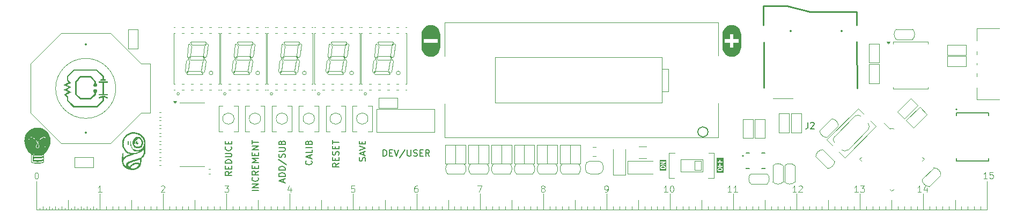
<source format=gbr>
%TF.GenerationSoftware,KiCad,Pcbnew,8.0.4*%
%TF.CreationDate,2024-11-23T17:51:10-05:00*%
%TF.ProjectId,Ruler_PowerCouple,52756c65-725f-4506-9f77-6572436f7570,rev?*%
%TF.SameCoordinates,Original*%
%TF.FileFunction,Legend,Top*%
%TF.FilePolarity,Positive*%
%FSLAX46Y46*%
G04 Gerber Fmt 4.6, Leading zero omitted, Abs format (unit mm)*
G04 Created by KiCad (PCBNEW 8.0.4) date 2024-11-23 17:51:10*
%MOMM*%
%LPD*%
G01*
G04 APERTURE LIST*
%ADD10C,0.100000*%
%ADD11C,0.120000*%
%ADD12C,0.150000*%
%ADD13C,0.000000*%
%ADD14C,0.127000*%
%ADD15C,0.200000*%
%ADD16C,0.250000*%
%ADD17C,0.350000*%
G04 APERTURE END LIST*
D10*
X121500000Y-109500000D02*
X121500000Y-109000000D01*
X111500000Y-109500000D02*
X111500000Y-109000000D01*
X139500000Y-109500000D02*
X139500000Y-109000000D01*
X199500000Y-109500000D02*
X199500000Y-109000000D01*
X213500000Y-109500000D02*
X213500000Y-109000000D01*
X131500000Y-109500000D02*
X131500000Y-109000000D01*
X142500000Y-109500000D02*
X142500000Y-107000000D01*
X172500000Y-109500000D02*
X172500000Y-107000000D01*
X174500000Y-109500000D02*
X174500000Y-109000000D01*
X114500000Y-109500000D02*
X114500000Y-109000000D01*
X73000000Y-109500000D02*
X73000000Y-109300000D01*
X153500000Y-109500000D02*
X153500000Y-109000000D01*
X190500000Y-109500000D02*
X190500000Y-109000000D01*
X187500000Y-109500000D02*
X187500000Y-108000000D01*
X72500000Y-109500000D02*
X75000000Y-109500000D01*
X101500000Y-109500000D02*
X101500000Y-109000000D01*
X173500000Y-109500000D02*
X173500000Y-109000000D01*
X113500000Y-109500000D02*
X113500000Y-109000000D01*
X204500000Y-109500000D02*
X204500000Y-109000000D01*
X196500000Y-109500000D02*
X196500000Y-109000000D01*
X86500000Y-109500000D02*
X86500000Y-109000000D01*
X198500000Y-109500000D02*
X198500000Y-109000000D01*
X82500000Y-109500000D02*
X82500000Y-107000000D01*
X96500000Y-109500000D02*
X96500000Y-109000000D01*
X84500000Y-109500000D02*
X84500000Y-109000000D01*
X200500000Y-109500000D02*
X200500000Y-109000000D01*
X222500000Y-109500000D02*
X222500000Y-107000000D01*
X159500000Y-109500000D02*
X159500000Y-109000000D01*
X75000000Y-109500000D02*
X75000000Y-109300000D01*
X127500000Y-109500000D02*
X127500000Y-108000000D01*
X201500000Y-109500000D02*
X201500000Y-109000000D01*
X150500000Y-109500000D02*
X150500000Y-109000000D01*
X78000000Y-109500000D02*
X78000000Y-109300000D01*
X122500000Y-109500000D02*
X122500000Y-107000000D01*
X83500000Y-109500000D02*
X83500000Y-109000000D01*
X166500000Y-109500000D02*
X166500000Y-109000000D01*
X73500000Y-109500000D02*
X73500000Y-109000000D01*
X191500000Y-109500000D02*
X191500000Y-109000000D01*
X85500000Y-109500000D02*
X85500000Y-109000000D01*
X211500000Y-109500000D02*
X211500000Y-109000000D01*
X218500000Y-109500000D02*
X218500000Y-109000000D01*
X162500000Y-109500000D02*
X162500000Y-107000000D01*
X80500000Y-109500000D02*
X80500000Y-109000000D01*
X137500000Y-109500000D02*
X137500000Y-108000000D01*
X176500000Y-109500000D02*
X176500000Y-109000000D01*
X106500000Y-109500000D02*
X106500000Y-109000000D01*
X209500000Y-109500000D02*
X209500000Y-109000000D01*
X123500000Y-109500000D02*
X123500000Y-109000000D01*
X189500000Y-109500000D02*
X189500000Y-109000000D01*
X133500000Y-109500000D02*
X133500000Y-109000000D01*
X160500000Y-109500000D02*
X160500000Y-109000000D01*
X194500000Y-109500000D02*
X194500000Y-109000000D01*
X149500000Y-109500000D02*
X149500000Y-109000000D01*
X120500000Y-109500000D02*
X120500000Y-109000000D01*
X197500000Y-109500000D02*
X197500000Y-108000000D01*
X164500000Y-109500000D02*
X164500000Y-109000000D01*
X109500000Y-109500000D02*
X109500000Y-109000000D01*
X102500000Y-109500000D02*
X102500000Y-107000000D01*
X205500000Y-109500000D02*
X205500000Y-109000000D01*
X81500000Y-109500000D02*
X81500000Y-109000000D01*
X72500000Y-109500000D02*
X222500000Y-109500000D01*
X81000000Y-109500000D02*
X81000000Y-109300000D01*
X75500000Y-109500000D02*
X75500000Y-109000000D01*
X207500000Y-109500000D02*
X207500000Y-108000000D01*
X79000000Y-109500000D02*
X79000000Y-109300000D01*
X157500000Y-109500000D02*
X157500000Y-108000000D01*
X208500000Y-109500000D02*
X208500000Y-109000000D01*
X118500000Y-109500000D02*
X118500000Y-109000000D01*
X87500000Y-109500000D02*
X87500000Y-108000000D01*
X155500000Y-109500000D02*
X155500000Y-109000000D01*
X184500000Y-109500000D02*
X184500000Y-109000000D01*
X99500000Y-109500000D02*
X99500000Y-109000000D01*
X77500000Y-109500000D02*
X77500000Y-108000000D01*
X146500000Y-109500000D02*
X146500000Y-109000000D01*
X177500000Y-109500000D02*
X177500000Y-108000000D01*
X165500000Y-109500000D02*
X165500000Y-109000000D01*
X94500000Y-109500000D02*
X94500000Y-109000000D01*
G36*
X134124797Y-83056866D02*
G01*
X135000000Y-83056866D01*
X135000000Y-83817771D01*
X134124797Y-83817771D01*
X134124797Y-83056866D01*
G37*
X210500000Y-109500000D02*
X210500000Y-109000000D01*
X72500000Y-109500000D02*
X72500000Y-105000000D01*
X130500000Y-109500000D02*
X130500000Y-109000000D01*
X141500000Y-109500000D02*
X141500000Y-109000000D01*
X161500000Y-109500000D02*
X161500000Y-109000000D01*
X117500000Y-109500000D02*
X117500000Y-108000000D01*
X220500000Y-109500000D02*
X220500000Y-109000000D01*
X135500000Y-109500000D02*
X135500000Y-109000000D01*
G36*
X134505250Y-81782229D02*
G01*
X135266155Y-81782229D01*
X135266155Y-82543134D01*
X134505250Y-82543134D01*
X134505250Y-81782229D01*
G37*
X214500000Y-109500000D02*
X214500000Y-109000000D01*
X74500000Y-109500000D02*
X74500000Y-109000000D01*
X119500000Y-109500000D02*
X119500000Y-109000000D01*
X88500000Y-109500000D02*
X88500000Y-109000000D01*
X193500000Y-109500000D02*
X193500000Y-109000000D01*
X217500000Y-109500000D02*
X217500000Y-108000000D01*
X183500000Y-109500000D02*
X183500000Y-109000000D01*
X126500000Y-109500000D02*
X126500000Y-109000000D01*
X89500000Y-109500000D02*
X89500000Y-109000000D01*
X132500000Y-109500000D02*
X132500000Y-107000000D01*
X128500000Y-109500000D02*
X128500000Y-109000000D01*
X144500000Y-109500000D02*
X144500000Y-109000000D01*
X206500000Y-109500000D02*
X206500000Y-109000000D01*
X145500000Y-109500000D02*
X145500000Y-109000000D01*
X170500000Y-109500000D02*
X170500000Y-109000000D01*
X181500000Y-109500000D02*
X181500000Y-109000000D01*
X79500000Y-109500000D02*
X79500000Y-109000000D01*
X74000000Y-109500000D02*
X74000000Y-109300000D01*
X167500000Y-109500000D02*
X167500000Y-108000000D01*
X180500000Y-109500000D02*
X180500000Y-109000000D01*
X168500000Y-109500000D02*
X168500000Y-109000000D01*
X163500000Y-109500000D02*
X163500000Y-109000000D01*
X219500000Y-109500000D02*
X219500000Y-109000000D01*
X125500000Y-109500000D02*
X125500000Y-109000000D01*
X80000000Y-109500000D02*
X80000000Y-109300000D01*
X98500000Y-109500000D02*
X98500000Y-109000000D01*
X136500000Y-109500000D02*
X136500000Y-109000000D01*
X143500000Y-109500000D02*
X143500000Y-109000000D01*
X222500000Y-109500000D02*
X222500000Y-105000000D01*
X76000000Y-109500000D02*
X76000000Y-109300000D01*
X152500000Y-109500000D02*
X152500000Y-107000000D01*
X97500000Y-109500000D02*
X97500000Y-108000000D01*
X95500000Y-109500000D02*
X95500000Y-109000000D01*
X203500000Y-109500000D02*
X203500000Y-109000000D01*
X103500000Y-109500000D02*
X103500000Y-109000000D01*
X105500000Y-109500000D02*
X105500000Y-109000000D01*
X78500000Y-109500000D02*
X78500000Y-109000000D01*
X82000000Y-109500000D02*
X82000000Y-109300000D01*
X124500000Y-109500000D02*
X124500000Y-109000000D01*
X90500000Y-109500000D02*
X90500000Y-109000000D01*
X158500000Y-109500000D02*
X158500000Y-109000000D01*
X192500000Y-109500000D02*
X192500000Y-107000000D01*
X93500000Y-109500000D02*
X93500000Y-109000000D01*
X169500000Y-109500000D02*
X169500000Y-109000000D01*
X92500000Y-109500000D02*
X92500000Y-107000000D01*
X134500000Y-109500000D02*
X134500000Y-109000000D01*
X151500000Y-109500000D02*
X151500000Y-109000000D01*
X100500000Y-109500000D02*
X100500000Y-109000000D01*
X175500000Y-109500000D02*
X175500000Y-109000000D01*
X215500000Y-109500000D02*
X215500000Y-109000000D01*
X129500000Y-109500000D02*
X129500000Y-109000000D01*
X185500000Y-109500000D02*
X185500000Y-109000000D01*
X156500000Y-109500000D02*
X156500000Y-109000000D01*
X188500000Y-109500000D02*
X188500000Y-109000000D01*
X171500000Y-109500000D02*
X171500000Y-109000000D01*
X108500000Y-109500000D02*
X108500000Y-109000000D01*
X212500000Y-109500000D02*
X212500000Y-107000000D01*
X115500000Y-109500000D02*
X115500000Y-109000000D01*
X91500000Y-109500000D02*
X91500000Y-109000000D01*
X202500000Y-109500000D02*
X202500000Y-107000000D01*
X107500000Y-109500000D02*
X107500000Y-108000000D01*
X186500000Y-109500000D02*
X186500000Y-109000000D01*
X110500000Y-109500000D02*
X110500000Y-109000000D01*
X104500000Y-109500000D02*
X104500000Y-109000000D01*
X154500000Y-109500000D02*
X154500000Y-109000000D01*
X147500000Y-109500000D02*
X147500000Y-108000000D01*
X216500000Y-109500000D02*
X216500000Y-109000000D01*
X112500000Y-109500000D02*
X112500000Y-107000000D01*
X76500000Y-109500000D02*
X76500000Y-109000000D01*
X140500000Y-109500000D02*
X140500000Y-109000000D01*
X195500000Y-109500000D02*
X195500000Y-109000000D01*
X221500000Y-109500000D02*
X221500000Y-109000000D01*
X178500000Y-109500000D02*
X178500000Y-109000000D01*
X138500000Y-109500000D02*
X138500000Y-109000000D01*
X182500000Y-109500000D02*
X182500000Y-107000000D01*
X116500000Y-109500000D02*
X116500000Y-109000000D01*
X179500000Y-109500000D02*
X179500000Y-109000000D01*
X77000000Y-109500000D02*
X77000000Y-109300000D01*
X148500000Y-109500000D02*
X148500000Y-109000000D01*
D11*
X182180851Y-106731379D02*
X181609423Y-106731379D01*
X181895137Y-106731379D02*
X181895137Y-105731379D01*
X181895137Y-105731379D02*
X181799899Y-105874236D01*
X181799899Y-105874236D02*
X181704661Y-105969474D01*
X181704661Y-105969474D02*
X181609423Y-106017093D01*
X183133232Y-106731379D02*
X182561804Y-106731379D01*
X182847518Y-106731379D02*
X182847518Y-105731379D01*
X182847518Y-105731379D02*
X182752280Y-105874236D01*
X182752280Y-105874236D02*
X182657042Y-105969474D01*
X182657042Y-105969474D02*
X182561804Y-106017093D01*
X112635613Y-106064712D02*
X112635613Y-106731379D01*
X112397518Y-105683760D02*
X112159423Y-106398045D01*
X112159423Y-106398045D02*
X112778470Y-106398045D01*
X102201804Y-105731379D02*
X102820851Y-105731379D01*
X102820851Y-105731379D02*
X102487518Y-106112331D01*
X102487518Y-106112331D02*
X102630375Y-106112331D01*
X102630375Y-106112331D02*
X102725613Y-106159950D01*
X102725613Y-106159950D02*
X102773232Y-106207569D01*
X102773232Y-106207569D02*
X102820851Y-106302807D01*
X102820851Y-106302807D02*
X102820851Y-106540902D01*
X102820851Y-106540902D02*
X102773232Y-106636140D01*
X102773232Y-106636140D02*
X102725613Y-106683760D01*
X102725613Y-106683760D02*
X102630375Y-106731379D01*
X102630375Y-106731379D02*
X102344661Y-106731379D01*
X102344661Y-106731379D02*
X102249423Y-106683760D01*
X102249423Y-106683760D02*
X102201804Y-106636140D01*
X162254661Y-106731379D02*
X162445137Y-106731379D01*
X162445137Y-106731379D02*
X162540375Y-106683760D01*
X162540375Y-106683760D02*
X162587994Y-106636140D01*
X162587994Y-106636140D02*
X162683232Y-106493283D01*
X162683232Y-106493283D02*
X162730851Y-106302807D01*
X162730851Y-106302807D02*
X162730851Y-105921855D01*
X162730851Y-105921855D02*
X162683232Y-105826617D01*
X162683232Y-105826617D02*
X162635613Y-105778998D01*
X162635613Y-105778998D02*
X162540375Y-105731379D01*
X162540375Y-105731379D02*
X162349899Y-105731379D01*
X162349899Y-105731379D02*
X162254661Y-105778998D01*
X162254661Y-105778998D02*
X162207042Y-105826617D01*
X162207042Y-105826617D02*
X162159423Y-105921855D01*
X162159423Y-105921855D02*
X162159423Y-106159950D01*
X162159423Y-106159950D02*
X162207042Y-106255188D01*
X162207042Y-106255188D02*
X162254661Y-106302807D01*
X162254661Y-106302807D02*
X162349899Y-106350426D01*
X162349899Y-106350426D02*
X162540375Y-106350426D01*
X162540375Y-106350426D02*
X162635613Y-106302807D01*
X162635613Y-106302807D02*
X162683232Y-106255188D01*
X162683232Y-106255188D02*
X162730851Y-106159950D01*
D12*
X124402200Y-101829411D02*
X124449819Y-101686554D01*
X124449819Y-101686554D02*
X124449819Y-101448459D01*
X124449819Y-101448459D02*
X124402200Y-101353221D01*
X124402200Y-101353221D02*
X124354580Y-101305602D01*
X124354580Y-101305602D02*
X124259342Y-101257983D01*
X124259342Y-101257983D02*
X124164104Y-101257983D01*
X124164104Y-101257983D02*
X124068866Y-101305602D01*
X124068866Y-101305602D02*
X124021247Y-101353221D01*
X124021247Y-101353221D02*
X123973628Y-101448459D01*
X123973628Y-101448459D02*
X123926009Y-101638935D01*
X123926009Y-101638935D02*
X123878390Y-101734173D01*
X123878390Y-101734173D02*
X123830771Y-101781792D01*
X123830771Y-101781792D02*
X123735533Y-101829411D01*
X123735533Y-101829411D02*
X123640295Y-101829411D01*
X123640295Y-101829411D02*
X123545057Y-101781792D01*
X123545057Y-101781792D02*
X123497438Y-101734173D01*
X123497438Y-101734173D02*
X123449819Y-101638935D01*
X123449819Y-101638935D02*
X123449819Y-101400840D01*
X123449819Y-101400840D02*
X123497438Y-101257983D01*
X124164104Y-100877030D02*
X124164104Y-100400840D01*
X124449819Y-100972268D02*
X123449819Y-100638935D01*
X123449819Y-100638935D02*
X124449819Y-100305602D01*
X123449819Y-100115125D02*
X124449819Y-99781792D01*
X124449819Y-99781792D02*
X123449819Y-99448459D01*
X123926009Y-99115125D02*
X123926009Y-98781792D01*
X124449819Y-98638935D02*
X124449819Y-99115125D01*
X124449819Y-99115125D02*
X123449819Y-99115125D01*
X123449819Y-99115125D02*
X123449819Y-98638935D01*
D11*
X132615613Y-105731379D02*
X132425137Y-105731379D01*
X132425137Y-105731379D02*
X132329899Y-105778998D01*
X132329899Y-105778998D02*
X132282280Y-105826617D01*
X132282280Y-105826617D02*
X132187042Y-105969474D01*
X132187042Y-105969474D02*
X132139423Y-106159950D01*
X132139423Y-106159950D02*
X132139423Y-106540902D01*
X132139423Y-106540902D02*
X132187042Y-106636140D01*
X132187042Y-106636140D02*
X132234661Y-106683760D01*
X132234661Y-106683760D02*
X132329899Y-106731379D01*
X132329899Y-106731379D02*
X132520375Y-106731379D01*
X132520375Y-106731379D02*
X132615613Y-106683760D01*
X132615613Y-106683760D02*
X132663232Y-106636140D01*
X132663232Y-106636140D02*
X132710851Y-106540902D01*
X132710851Y-106540902D02*
X132710851Y-106302807D01*
X132710851Y-106302807D02*
X132663232Y-106207569D01*
X132663232Y-106207569D02*
X132615613Y-106159950D01*
X132615613Y-106159950D02*
X132520375Y-106112331D01*
X132520375Y-106112331D02*
X132329899Y-106112331D01*
X132329899Y-106112331D02*
X132234661Y-106159950D01*
X132234661Y-106159950D02*
X132187042Y-106207569D01*
X132187042Y-106207569D02*
X132139423Y-106302807D01*
X152349899Y-106159950D02*
X152254661Y-106112331D01*
X152254661Y-106112331D02*
X152207042Y-106064712D01*
X152207042Y-106064712D02*
X152159423Y-105969474D01*
X152159423Y-105969474D02*
X152159423Y-105921855D01*
X152159423Y-105921855D02*
X152207042Y-105826617D01*
X152207042Y-105826617D02*
X152254661Y-105778998D01*
X152254661Y-105778998D02*
X152349899Y-105731379D01*
X152349899Y-105731379D02*
X152540375Y-105731379D01*
X152540375Y-105731379D02*
X152635613Y-105778998D01*
X152635613Y-105778998D02*
X152683232Y-105826617D01*
X152683232Y-105826617D02*
X152730851Y-105921855D01*
X152730851Y-105921855D02*
X152730851Y-105969474D01*
X152730851Y-105969474D02*
X152683232Y-106064712D01*
X152683232Y-106064712D02*
X152635613Y-106112331D01*
X152635613Y-106112331D02*
X152540375Y-106159950D01*
X152540375Y-106159950D02*
X152349899Y-106159950D01*
X152349899Y-106159950D02*
X152254661Y-106207569D01*
X152254661Y-106207569D02*
X152207042Y-106255188D01*
X152207042Y-106255188D02*
X152159423Y-106350426D01*
X152159423Y-106350426D02*
X152159423Y-106540902D01*
X152159423Y-106540902D02*
X152207042Y-106636140D01*
X152207042Y-106636140D02*
X152254661Y-106683760D01*
X152254661Y-106683760D02*
X152349899Y-106731379D01*
X152349899Y-106731379D02*
X152540375Y-106731379D01*
X152540375Y-106731379D02*
X152635613Y-106683760D01*
X152635613Y-106683760D02*
X152683232Y-106636140D01*
X152683232Y-106636140D02*
X152730851Y-106540902D01*
X152730851Y-106540902D02*
X152730851Y-106350426D01*
X152730851Y-106350426D02*
X152683232Y-106255188D01*
X152683232Y-106255188D02*
X152635613Y-106207569D01*
X152635613Y-106207569D02*
X152540375Y-106159950D01*
X222570851Y-104571379D02*
X221999423Y-104571379D01*
X222285137Y-104571379D02*
X222285137Y-103571379D01*
X222285137Y-103571379D02*
X222189899Y-103714236D01*
X222189899Y-103714236D02*
X222094661Y-103809474D01*
X222094661Y-103809474D02*
X221999423Y-103857093D01*
X223475613Y-103571379D02*
X222999423Y-103571379D01*
X222999423Y-103571379D02*
X222951804Y-104047569D01*
X222951804Y-104047569D02*
X222999423Y-103999950D01*
X222999423Y-103999950D02*
X223094661Y-103952331D01*
X223094661Y-103952331D02*
X223332756Y-103952331D01*
X223332756Y-103952331D02*
X223427994Y-103999950D01*
X223427994Y-103999950D02*
X223475613Y-104047569D01*
X223475613Y-104047569D02*
X223523232Y-104142807D01*
X223523232Y-104142807D02*
X223523232Y-104380902D01*
X223523232Y-104380902D02*
X223475613Y-104476140D01*
X223475613Y-104476140D02*
X223427994Y-104523760D01*
X223427994Y-104523760D02*
X223332756Y-104571379D01*
X223332756Y-104571379D02*
X223094661Y-104571379D01*
X223094661Y-104571379D02*
X222999423Y-104523760D01*
X222999423Y-104523760D02*
X222951804Y-104476140D01*
D12*
X115894580Y-101781792D02*
X115942200Y-101829411D01*
X115942200Y-101829411D02*
X115989819Y-101972268D01*
X115989819Y-101972268D02*
X115989819Y-102067506D01*
X115989819Y-102067506D02*
X115942200Y-102210363D01*
X115942200Y-102210363D02*
X115846961Y-102305601D01*
X115846961Y-102305601D02*
X115751723Y-102353220D01*
X115751723Y-102353220D02*
X115561247Y-102400839D01*
X115561247Y-102400839D02*
X115418390Y-102400839D01*
X115418390Y-102400839D02*
X115227914Y-102353220D01*
X115227914Y-102353220D02*
X115132676Y-102305601D01*
X115132676Y-102305601D02*
X115037438Y-102210363D01*
X115037438Y-102210363D02*
X114989819Y-102067506D01*
X114989819Y-102067506D02*
X114989819Y-101972268D01*
X114989819Y-101972268D02*
X115037438Y-101829411D01*
X115037438Y-101829411D02*
X115085057Y-101781792D01*
X115704104Y-101400839D02*
X115704104Y-100924649D01*
X115989819Y-101496077D02*
X114989819Y-101162744D01*
X114989819Y-101162744D02*
X115989819Y-100829411D01*
X115989819Y-100019887D02*
X115989819Y-100496077D01*
X115989819Y-100496077D02*
X114989819Y-100496077D01*
X115989819Y-99686553D02*
X114989819Y-99686553D01*
X115466009Y-98877030D02*
X115513628Y-98734173D01*
X115513628Y-98734173D02*
X115561247Y-98686554D01*
X115561247Y-98686554D02*
X115656485Y-98638935D01*
X115656485Y-98638935D02*
X115799342Y-98638935D01*
X115799342Y-98638935D02*
X115894580Y-98686554D01*
X115894580Y-98686554D02*
X115942200Y-98734173D01*
X115942200Y-98734173D02*
X115989819Y-98829411D01*
X115989819Y-98829411D02*
X115989819Y-99210363D01*
X115989819Y-99210363D02*
X114989819Y-99210363D01*
X114989819Y-99210363D02*
X114989819Y-98877030D01*
X114989819Y-98877030D02*
X115037438Y-98781792D01*
X115037438Y-98781792D02*
X115085057Y-98734173D01*
X115085057Y-98734173D02*
X115180295Y-98686554D01*
X115180295Y-98686554D02*
X115275533Y-98686554D01*
X115275533Y-98686554D02*
X115370771Y-98734173D01*
X115370771Y-98734173D02*
X115418390Y-98781792D01*
X115418390Y-98781792D02*
X115466009Y-98877030D01*
X115466009Y-98877030D02*
X115466009Y-99210363D01*
X111474104Y-105162744D02*
X111474104Y-104686554D01*
X111759819Y-105257982D02*
X110759819Y-104924649D01*
X110759819Y-104924649D02*
X111759819Y-104591316D01*
X111759819Y-104257982D02*
X110759819Y-104257982D01*
X110759819Y-104257982D02*
X110759819Y-104019887D01*
X110759819Y-104019887D02*
X110807438Y-103877030D01*
X110807438Y-103877030D02*
X110902676Y-103781792D01*
X110902676Y-103781792D02*
X110997914Y-103734173D01*
X110997914Y-103734173D02*
X111188390Y-103686554D01*
X111188390Y-103686554D02*
X111331247Y-103686554D01*
X111331247Y-103686554D02*
X111521723Y-103734173D01*
X111521723Y-103734173D02*
X111616961Y-103781792D01*
X111616961Y-103781792D02*
X111712200Y-103877030D01*
X111712200Y-103877030D02*
X111759819Y-104019887D01*
X111759819Y-104019887D02*
X111759819Y-104257982D01*
X111759819Y-103257982D02*
X110759819Y-103257982D01*
X110759819Y-103257982D02*
X110759819Y-103019887D01*
X110759819Y-103019887D02*
X110807438Y-102877030D01*
X110807438Y-102877030D02*
X110902676Y-102781792D01*
X110902676Y-102781792D02*
X110997914Y-102734173D01*
X110997914Y-102734173D02*
X111188390Y-102686554D01*
X111188390Y-102686554D02*
X111331247Y-102686554D01*
X111331247Y-102686554D02*
X111521723Y-102734173D01*
X111521723Y-102734173D02*
X111616961Y-102781792D01*
X111616961Y-102781792D02*
X111712200Y-102877030D01*
X111712200Y-102877030D02*
X111759819Y-103019887D01*
X111759819Y-103019887D02*
X111759819Y-103257982D01*
X110712200Y-101543697D02*
X111997914Y-102400839D01*
X111712200Y-101257982D02*
X111759819Y-101115125D01*
X111759819Y-101115125D02*
X111759819Y-100877030D01*
X111759819Y-100877030D02*
X111712200Y-100781792D01*
X111712200Y-100781792D02*
X111664580Y-100734173D01*
X111664580Y-100734173D02*
X111569342Y-100686554D01*
X111569342Y-100686554D02*
X111474104Y-100686554D01*
X111474104Y-100686554D02*
X111378866Y-100734173D01*
X111378866Y-100734173D02*
X111331247Y-100781792D01*
X111331247Y-100781792D02*
X111283628Y-100877030D01*
X111283628Y-100877030D02*
X111236009Y-101067506D01*
X111236009Y-101067506D02*
X111188390Y-101162744D01*
X111188390Y-101162744D02*
X111140771Y-101210363D01*
X111140771Y-101210363D02*
X111045533Y-101257982D01*
X111045533Y-101257982D02*
X110950295Y-101257982D01*
X110950295Y-101257982D02*
X110855057Y-101210363D01*
X110855057Y-101210363D02*
X110807438Y-101162744D01*
X110807438Y-101162744D02*
X110759819Y-101067506D01*
X110759819Y-101067506D02*
X110759819Y-100829411D01*
X110759819Y-100829411D02*
X110807438Y-100686554D01*
X110759819Y-100257982D02*
X111569342Y-100257982D01*
X111569342Y-100257982D02*
X111664580Y-100210363D01*
X111664580Y-100210363D02*
X111712200Y-100162744D01*
X111712200Y-100162744D02*
X111759819Y-100067506D01*
X111759819Y-100067506D02*
X111759819Y-99877030D01*
X111759819Y-99877030D02*
X111712200Y-99781792D01*
X111712200Y-99781792D02*
X111664580Y-99734173D01*
X111664580Y-99734173D02*
X111569342Y-99686554D01*
X111569342Y-99686554D02*
X110759819Y-99686554D01*
X111236009Y-98877030D02*
X111283628Y-98734173D01*
X111283628Y-98734173D02*
X111331247Y-98686554D01*
X111331247Y-98686554D02*
X111426485Y-98638935D01*
X111426485Y-98638935D02*
X111569342Y-98638935D01*
X111569342Y-98638935D02*
X111664580Y-98686554D01*
X111664580Y-98686554D02*
X111712200Y-98734173D01*
X111712200Y-98734173D02*
X111759819Y-98829411D01*
X111759819Y-98829411D02*
X111759819Y-99210363D01*
X111759819Y-99210363D02*
X110759819Y-99210363D01*
X110759819Y-99210363D02*
X110759819Y-98877030D01*
X110759819Y-98877030D02*
X110807438Y-98781792D01*
X110807438Y-98781792D02*
X110855057Y-98734173D01*
X110855057Y-98734173D02*
X110950295Y-98686554D01*
X110950295Y-98686554D02*
X111045533Y-98686554D01*
X111045533Y-98686554D02*
X111140771Y-98734173D01*
X111140771Y-98734173D02*
X111188390Y-98781792D01*
X111188390Y-98781792D02*
X111236009Y-98877030D01*
X111236009Y-98877030D02*
X111236009Y-99210363D01*
D11*
X212160851Y-106731379D02*
X211589423Y-106731379D01*
X211875137Y-106731379D02*
X211875137Y-105731379D01*
X211875137Y-105731379D02*
X211779899Y-105874236D01*
X211779899Y-105874236D02*
X211684661Y-105969474D01*
X211684661Y-105969474D02*
X211589423Y-106017093D01*
X213017994Y-106064712D02*
X213017994Y-106731379D01*
X212779899Y-105683760D02*
X212541804Y-106398045D01*
X212541804Y-106398045D02*
X213160851Y-106398045D01*
X172140851Y-106731379D02*
X171569423Y-106731379D01*
X171855137Y-106731379D02*
X171855137Y-105731379D01*
X171855137Y-105731379D02*
X171759899Y-105874236D01*
X171759899Y-105874236D02*
X171664661Y-105969474D01*
X171664661Y-105969474D02*
X171569423Y-106017093D01*
X172759899Y-105731379D02*
X172855137Y-105731379D01*
X172855137Y-105731379D02*
X172950375Y-105778998D01*
X172950375Y-105778998D02*
X172997994Y-105826617D01*
X172997994Y-105826617D02*
X173045613Y-105921855D01*
X173045613Y-105921855D02*
X173093232Y-106112331D01*
X173093232Y-106112331D02*
X173093232Y-106350426D01*
X173093232Y-106350426D02*
X173045613Y-106540902D01*
X173045613Y-106540902D02*
X172997994Y-106636140D01*
X172997994Y-106636140D02*
X172950375Y-106683760D01*
X172950375Y-106683760D02*
X172855137Y-106731379D01*
X172855137Y-106731379D02*
X172759899Y-106731379D01*
X172759899Y-106731379D02*
X172664661Y-106683760D01*
X172664661Y-106683760D02*
X172617042Y-106636140D01*
X172617042Y-106636140D02*
X172569423Y-106540902D01*
X172569423Y-106540902D02*
X172521804Y-106350426D01*
X172521804Y-106350426D02*
X172521804Y-106112331D01*
X172521804Y-106112331D02*
X172569423Y-105921855D01*
X172569423Y-105921855D02*
X172617042Y-105826617D01*
X172617042Y-105826617D02*
X172664661Y-105778998D01*
X172664661Y-105778998D02*
X172759899Y-105731379D01*
D12*
X127236779Y-101039819D02*
X127236779Y-100039819D01*
X127236779Y-100039819D02*
X127474874Y-100039819D01*
X127474874Y-100039819D02*
X127617731Y-100087438D01*
X127617731Y-100087438D02*
X127712969Y-100182676D01*
X127712969Y-100182676D02*
X127760588Y-100277914D01*
X127760588Y-100277914D02*
X127808207Y-100468390D01*
X127808207Y-100468390D02*
X127808207Y-100611247D01*
X127808207Y-100611247D02*
X127760588Y-100801723D01*
X127760588Y-100801723D02*
X127712969Y-100896961D01*
X127712969Y-100896961D02*
X127617731Y-100992200D01*
X127617731Y-100992200D02*
X127474874Y-101039819D01*
X127474874Y-101039819D02*
X127236779Y-101039819D01*
X128236779Y-100516009D02*
X128570112Y-100516009D01*
X128712969Y-101039819D02*
X128236779Y-101039819D01*
X128236779Y-101039819D02*
X128236779Y-100039819D01*
X128236779Y-100039819D02*
X128712969Y-100039819D01*
X128998684Y-100039819D02*
X129332017Y-101039819D01*
X129332017Y-101039819D02*
X129665350Y-100039819D01*
X130712969Y-99992200D02*
X129855827Y-101277914D01*
X131046303Y-100039819D02*
X131046303Y-100849342D01*
X131046303Y-100849342D02*
X131093922Y-100944580D01*
X131093922Y-100944580D02*
X131141541Y-100992200D01*
X131141541Y-100992200D02*
X131236779Y-101039819D01*
X131236779Y-101039819D02*
X131427255Y-101039819D01*
X131427255Y-101039819D02*
X131522493Y-100992200D01*
X131522493Y-100992200D02*
X131570112Y-100944580D01*
X131570112Y-100944580D02*
X131617731Y-100849342D01*
X131617731Y-100849342D02*
X131617731Y-100039819D01*
X132046303Y-100992200D02*
X132189160Y-101039819D01*
X132189160Y-101039819D02*
X132427255Y-101039819D01*
X132427255Y-101039819D02*
X132522493Y-100992200D01*
X132522493Y-100992200D02*
X132570112Y-100944580D01*
X132570112Y-100944580D02*
X132617731Y-100849342D01*
X132617731Y-100849342D02*
X132617731Y-100754104D01*
X132617731Y-100754104D02*
X132570112Y-100658866D01*
X132570112Y-100658866D02*
X132522493Y-100611247D01*
X132522493Y-100611247D02*
X132427255Y-100563628D01*
X132427255Y-100563628D02*
X132236779Y-100516009D01*
X132236779Y-100516009D02*
X132141541Y-100468390D01*
X132141541Y-100468390D02*
X132093922Y-100420771D01*
X132093922Y-100420771D02*
X132046303Y-100325533D01*
X132046303Y-100325533D02*
X132046303Y-100230295D01*
X132046303Y-100230295D02*
X132093922Y-100135057D01*
X132093922Y-100135057D02*
X132141541Y-100087438D01*
X132141541Y-100087438D02*
X132236779Y-100039819D01*
X132236779Y-100039819D02*
X132474874Y-100039819D01*
X132474874Y-100039819D02*
X132617731Y-100087438D01*
X133046303Y-100516009D02*
X133379636Y-100516009D01*
X133522493Y-101039819D02*
X133046303Y-101039819D01*
X133046303Y-101039819D02*
X133046303Y-100039819D01*
X133046303Y-100039819D02*
X133522493Y-100039819D01*
X134522493Y-101039819D02*
X134189160Y-100563628D01*
X133951065Y-101039819D02*
X133951065Y-100039819D01*
X133951065Y-100039819D02*
X134332017Y-100039819D01*
X134332017Y-100039819D02*
X134427255Y-100087438D01*
X134427255Y-100087438D02*
X134474874Y-100135057D01*
X134474874Y-100135057D02*
X134522493Y-100230295D01*
X134522493Y-100230295D02*
X134522493Y-100373152D01*
X134522493Y-100373152D02*
X134474874Y-100468390D01*
X134474874Y-100468390D02*
X134427255Y-100516009D01*
X134427255Y-100516009D02*
X134332017Y-100563628D01*
X134332017Y-100563628D02*
X133951065Y-100563628D01*
D11*
X92169423Y-105826617D02*
X92217042Y-105778998D01*
X92217042Y-105778998D02*
X92312280Y-105731379D01*
X92312280Y-105731379D02*
X92550375Y-105731379D01*
X92550375Y-105731379D02*
X92645613Y-105778998D01*
X92645613Y-105778998D02*
X92693232Y-105826617D01*
X92693232Y-105826617D02*
X92740851Y-105921855D01*
X92740851Y-105921855D02*
X92740851Y-106017093D01*
X92740851Y-106017093D02*
X92693232Y-106159950D01*
X92693232Y-106159950D02*
X92121804Y-106731379D01*
X92121804Y-106731379D02*
X92740851Y-106731379D01*
X192432938Y-106731379D02*
X191861510Y-106731379D01*
X192147224Y-106731379D02*
X192147224Y-105731379D01*
X192147224Y-105731379D02*
X192051986Y-105874236D01*
X192051986Y-105874236D02*
X191956748Y-105969474D01*
X191956748Y-105969474D02*
X191861510Y-106017093D01*
X192813891Y-105826617D02*
X192861510Y-105778998D01*
X192861510Y-105778998D02*
X192956748Y-105731379D01*
X192956748Y-105731379D02*
X193194843Y-105731379D01*
X193194843Y-105731379D02*
X193290081Y-105778998D01*
X193290081Y-105778998D02*
X193337700Y-105826617D01*
X193337700Y-105826617D02*
X193385319Y-105921855D01*
X193385319Y-105921855D02*
X193385319Y-106017093D01*
X193385319Y-106017093D02*
X193337700Y-106159950D01*
X193337700Y-106159950D02*
X192766272Y-106731379D01*
X192766272Y-106731379D02*
X193385319Y-106731379D01*
X82810851Y-106741379D02*
X82239423Y-106741379D01*
X82525137Y-106741379D02*
X82525137Y-105741379D01*
X82525137Y-105741379D02*
X82429899Y-105884236D01*
X82429899Y-105884236D02*
X82334661Y-105979474D01*
X82334661Y-105979474D02*
X82239423Y-106027093D01*
X122703232Y-105731379D02*
X122227042Y-105731379D01*
X122227042Y-105731379D02*
X122179423Y-106207569D01*
X122179423Y-106207569D02*
X122227042Y-106159950D01*
X122227042Y-106159950D02*
X122322280Y-106112331D01*
X122322280Y-106112331D02*
X122560375Y-106112331D01*
X122560375Y-106112331D02*
X122655613Y-106159950D01*
X122655613Y-106159950D02*
X122703232Y-106207569D01*
X122703232Y-106207569D02*
X122750851Y-106302807D01*
X122750851Y-106302807D02*
X122750851Y-106540902D01*
X122750851Y-106540902D02*
X122703232Y-106636140D01*
X122703232Y-106636140D02*
X122655613Y-106683760D01*
X122655613Y-106683760D02*
X122560375Y-106731379D01*
X122560375Y-106731379D02*
X122322280Y-106731379D01*
X122322280Y-106731379D02*
X122227042Y-106683760D01*
X122227042Y-106683760D02*
X122179423Y-106636140D01*
D12*
X120219819Y-102162745D02*
X119743628Y-102496078D01*
X120219819Y-102734173D02*
X119219819Y-102734173D01*
X119219819Y-102734173D02*
X119219819Y-102353221D01*
X119219819Y-102353221D02*
X119267438Y-102257983D01*
X119267438Y-102257983D02*
X119315057Y-102210364D01*
X119315057Y-102210364D02*
X119410295Y-102162745D01*
X119410295Y-102162745D02*
X119553152Y-102162745D01*
X119553152Y-102162745D02*
X119648390Y-102210364D01*
X119648390Y-102210364D02*
X119696009Y-102257983D01*
X119696009Y-102257983D02*
X119743628Y-102353221D01*
X119743628Y-102353221D02*
X119743628Y-102734173D01*
X119696009Y-101734173D02*
X119696009Y-101400840D01*
X120219819Y-101257983D02*
X120219819Y-101734173D01*
X120219819Y-101734173D02*
X119219819Y-101734173D01*
X119219819Y-101734173D02*
X119219819Y-101257983D01*
X120172200Y-100877030D02*
X120219819Y-100734173D01*
X120219819Y-100734173D02*
X120219819Y-100496078D01*
X120219819Y-100496078D02*
X120172200Y-100400840D01*
X120172200Y-100400840D02*
X120124580Y-100353221D01*
X120124580Y-100353221D02*
X120029342Y-100305602D01*
X120029342Y-100305602D02*
X119934104Y-100305602D01*
X119934104Y-100305602D02*
X119838866Y-100353221D01*
X119838866Y-100353221D02*
X119791247Y-100400840D01*
X119791247Y-100400840D02*
X119743628Y-100496078D01*
X119743628Y-100496078D02*
X119696009Y-100686554D01*
X119696009Y-100686554D02*
X119648390Y-100781792D01*
X119648390Y-100781792D02*
X119600771Y-100829411D01*
X119600771Y-100829411D02*
X119505533Y-100877030D01*
X119505533Y-100877030D02*
X119410295Y-100877030D01*
X119410295Y-100877030D02*
X119315057Y-100829411D01*
X119315057Y-100829411D02*
X119267438Y-100781792D01*
X119267438Y-100781792D02*
X119219819Y-100686554D01*
X119219819Y-100686554D02*
X119219819Y-100448459D01*
X119219819Y-100448459D02*
X119267438Y-100305602D01*
X119696009Y-99877030D02*
X119696009Y-99543697D01*
X120219819Y-99400840D02*
X120219819Y-99877030D01*
X120219819Y-99877030D02*
X119219819Y-99877030D01*
X119219819Y-99877030D02*
X119219819Y-99400840D01*
X119219819Y-99115125D02*
X119219819Y-98543697D01*
X120219819Y-98829411D02*
X119219819Y-98829411D01*
X107529819Y-106496077D02*
X106529819Y-106496077D01*
X107529819Y-106019887D02*
X106529819Y-106019887D01*
X106529819Y-106019887D02*
X107529819Y-105448459D01*
X107529819Y-105448459D02*
X106529819Y-105448459D01*
X107434580Y-104400840D02*
X107482200Y-104448459D01*
X107482200Y-104448459D02*
X107529819Y-104591316D01*
X107529819Y-104591316D02*
X107529819Y-104686554D01*
X107529819Y-104686554D02*
X107482200Y-104829411D01*
X107482200Y-104829411D02*
X107386961Y-104924649D01*
X107386961Y-104924649D02*
X107291723Y-104972268D01*
X107291723Y-104972268D02*
X107101247Y-105019887D01*
X107101247Y-105019887D02*
X106958390Y-105019887D01*
X106958390Y-105019887D02*
X106767914Y-104972268D01*
X106767914Y-104972268D02*
X106672676Y-104924649D01*
X106672676Y-104924649D02*
X106577438Y-104829411D01*
X106577438Y-104829411D02*
X106529819Y-104686554D01*
X106529819Y-104686554D02*
X106529819Y-104591316D01*
X106529819Y-104591316D02*
X106577438Y-104448459D01*
X106577438Y-104448459D02*
X106625057Y-104400840D01*
X107529819Y-103400840D02*
X107053628Y-103734173D01*
X107529819Y-103972268D02*
X106529819Y-103972268D01*
X106529819Y-103972268D02*
X106529819Y-103591316D01*
X106529819Y-103591316D02*
X106577438Y-103496078D01*
X106577438Y-103496078D02*
X106625057Y-103448459D01*
X106625057Y-103448459D02*
X106720295Y-103400840D01*
X106720295Y-103400840D02*
X106863152Y-103400840D01*
X106863152Y-103400840D02*
X106958390Y-103448459D01*
X106958390Y-103448459D02*
X107006009Y-103496078D01*
X107006009Y-103496078D02*
X107053628Y-103591316D01*
X107053628Y-103591316D02*
X107053628Y-103972268D01*
X107006009Y-102972268D02*
X107006009Y-102638935D01*
X107529819Y-102496078D02*
X107529819Y-102972268D01*
X107529819Y-102972268D02*
X106529819Y-102972268D01*
X106529819Y-102972268D02*
X106529819Y-102496078D01*
X107529819Y-102067506D02*
X106529819Y-102067506D01*
X106529819Y-102067506D02*
X107244104Y-101734173D01*
X107244104Y-101734173D02*
X106529819Y-101400840D01*
X106529819Y-101400840D02*
X107529819Y-101400840D01*
X107006009Y-100924649D02*
X107006009Y-100591316D01*
X107529819Y-100448459D02*
X107529819Y-100924649D01*
X107529819Y-100924649D02*
X106529819Y-100924649D01*
X106529819Y-100924649D02*
X106529819Y-100448459D01*
X107529819Y-100019887D02*
X106529819Y-100019887D01*
X106529819Y-100019887D02*
X107529819Y-99448459D01*
X107529819Y-99448459D02*
X106529819Y-99448459D01*
X106529819Y-99115125D02*
X106529819Y-98543697D01*
X107529819Y-98829411D02*
X106529819Y-98829411D01*
D11*
X142111804Y-105731379D02*
X142778470Y-105731379D01*
X142778470Y-105731379D02*
X142349899Y-106731379D01*
D12*
X103299819Y-103496078D02*
X102823628Y-103829411D01*
X103299819Y-104067506D02*
X102299819Y-104067506D01*
X102299819Y-104067506D02*
X102299819Y-103686554D01*
X102299819Y-103686554D02*
X102347438Y-103591316D01*
X102347438Y-103591316D02*
X102395057Y-103543697D01*
X102395057Y-103543697D02*
X102490295Y-103496078D01*
X102490295Y-103496078D02*
X102633152Y-103496078D01*
X102633152Y-103496078D02*
X102728390Y-103543697D01*
X102728390Y-103543697D02*
X102776009Y-103591316D01*
X102776009Y-103591316D02*
X102823628Y-103686554D01*
X102823628Y-103686554D02*
X102823628Y-104067506D01*
X102776009Y-103067506D02*
X102776009Y-102734173D01*
X103299819Y-102591316D02*
X103299819Y-103067506D01*
X103299819Y-103067506D02*
X102299819Y-103067506D01*
X102299819Y-103067506D02*
X102299819Y-102591316D01*
X103299819Y-102162744D02*
X102299819Y-102162744D01*
X102299819Y-102162744D02*
X102299819Y-101924649D01*
X102299819Y-101924649D02*
X102347438Y-101781792D01*
X102347438Y-101781792D02*
X102442676Y-101686554D01*
X102442676Y-101686554D02*
X102537914Y-101638935D01*
X102537914Y-101638935D02*
X102728390Y-101591316D01*
X102728390Y-101591316D02*
X102871247Y-101591316D01*
X102871247Y-101591316D02*
X103061723Y-101638935D01*
X103061723Y-101638935D02*
X103156961Y-101686554D01*
X103156961Y-101686554D02*
X103252200Y-101781792D01*
X103252200Y-101781792D02*
X103299819Y-101924649D01*
X103299819Y-101924649D02*
X103299819Y-102162744D01*
X102299819Y-101162744D02*
X103109342Y-101162744D01*
X103109342Y-101162744D02*
X103204580Y-101115125D01*
X103204580Y-101115125D02*
X103252200Y-101067506D01*
X103252200Y-101067506D02*
X103299819Y-100972268D01*
X103299819Y-100972268D02*
X103299819Y-100781792D01*
X103299819Y-100781792D02*
X103252200Y-100686554D01*
X103252200Y-100686554D02*
X103204580Y-100638935D01*
X103204580Y-100638935D02*
X103109342Y-100591316D01*
X103109342Y-100591316D02*
X102299819Y-100591316D01*
X103204580Y-99543697D02*
X103252200Y-99591316D01*
X103252200Y-99591316D02*
X103299819Y-99734173D01*
X103299819Y-99734173D02*
X103299819Y-99829411D01*
X103299819Y-99829411D02*
X103252200Y-99972268D01*
X103252200Y-99972268D02*
X103156961Y-100067506D01*
X103156961Y-100067506D02*
X103061723Y-100115125D01*
X103061723Y-100115125D02*
X102871247Y-100162744D01*
X102871247Y-100162744D02*
X102728390Y-100162744D01*
X102728390Y-100162744D02*
X102537914Y-100115125D01*
X102537914Y-100115125D02*
X102442676Y-100067506D01*
X102442676Y-100067506D02*
X102347438Y-99972268D01*
X102347438Y-99972268D02*
X102299819Y-99829411D01*
X102299819Y-99829411D02*
X102299819Y-99734173D01*
X102299819Y-99734173D02*
X102347438Y-99591316D01*
X102347438Y-99591316D02*
X102395057Y-99543697D01*
X102776009Y-99115125D02*
X102776009Y-98781792D01*
X103299819Y-98638935D02*
X103299819Y-99115125D01*
X103299819Y-99115125D02*
X102299819Y-99115125D01*
X102299819Y-99115125D02*
X102299819Y-98638935D01*
D11*
X72457518Y-103631379D02*
X72552756Y-103631379D01*
X72552756Y-103631379D02*
X72647994Y-103678998D01*
X72647994Y-103678998D02*
X72695613Y-103726617D01*
X72695613Y-103726617D02*
X72743232Y-103821855D01*
X72743232Y-103821855D02*
X72790851Y-104012331D01*
X72790851Y-104012331D02*
X72790851Y-104250426D01*
X72790851Y-104250426D02*
X72743232Y-104440902D01*
X72743232Y-104440902D02*
X72695613Y-104536140D01*
X72695613Y-104536140D02*
X72647994Y-104583760D01*
X72647994Y-104583760D02*
X72552756Y-104631379D01*
X72552756Y-104631379D02*
X72457518Y-104631379D01*
X72457518Y-104631379D02*
X72362280Y-104583760D01*
X72362280Y-104583760D02*
X72314661Y-104536140D01*
X72314661Y-104536140D02*
X72267042Y-104440902D01*
X72267042Y-104440902D02*
X72219423Y-104250426D01*
X72219423Y-104250426D02*
X72219423Y-104012331D01*
X72219423Y-104012331D02*
X72267042Y-103821855D01*
X72267042Y-103821855D02*
X72314661Y-103726617D01*
X72314661Y-103726617D02*
X72362280Y-103678998D01*
X72362280Y-103678998D02*
X72457518Y-103631379D01*
X202200851Y-106731379D02*
X201629423Y-106731379D01*
X201915137Y-106731379D02*
X201915137Y-105731379D01*
X201915137Y-105731379D02*
X201819899Y-105874236D01*
X201819899Y-105874236D02*
X201724661Y-105969474D01*
X201724661Y-105969474D02*
X201629423Y-106017093D01*
X202534185Y-105731379D02*
X203153232Y-105731379D01*
X203153232Y-105731379D02*
X202819899Y-106112331D01*
X202819899Y-106112331D02*
X202962756Y-106112331D01*
X202962756Y-106112331D02*
X203057994Y-106159950D01*
X203057994Y-106159950D02*
X203105613Y-106207569D01*
X203105613Y-106207569D02*
X203153232Y-106302807D01*
X203153232Y-106302807D02*
X203153232Y-106540902D01*
X203153232Y-106540902D02*
X203105613Y-106636140D01*
X203105613Y-106636140D02*
X203057994Y-106683760D01*
X203057994Y-106683760D02*
X202962756Y-106731379D01*
X202962756Y-106731379D02*
X202677042Y-106731379D01*
X202677042Y-106731379D02*
X202581804Y-106683760D01*
X202581804Y-106683760D02*
X202534185Y-106636140D01*
D12*
X194266666Y-95704819D02*
X194266666Y-96419104D01*
X194266666Y-96419104D02*
X194219047Y-96561961D01*
X194219047Y-96561961D02*
X194123809Y-96657200D01*
X194123809Y-96657200D02*
X193980952Y-96704819D01*
X193980952Y-96704819D02*
X193885714Y-96704819D01*
X194695238Y-95800057D02*
X194742857Y-95752438D01*
X194742857Y-95752438D02*
X194838095Y-95704819D01*
X194838095Y-95704819D02*
X195076190Y-95704819D01*
X195076190Y-95704819D02*
X195171428Y-95752438D01*
X195171428Y-95752438D02*
X195219047Y-95800057D01*
X195219047Y-95800057D02*
X195266666Y-95895295D01*
X195266666Y-95895295D02*
X195266666Y-95990533D01*
X195266666Y-95990533D02*
X195219047Y-96133390D01*
X195219047Y-96133390D02*
X194647619Y-96704819D01*
X194647619Y-96704819D02*
X195266666Y-96704819D01*
D11*
%TO.C,R17*%
X78500000Y-101200000D02*
X78500000Y-102800000D01*
X78500000Y-102800000D02*
X81500000Y-102800000D01*
X81500000Y-101200000D02*
X78500000Y-101200000D01*
X81500000Y-102800000D02*
X81500000Y-101200000D01*
D10*
%TO.C,SW3*%
X172350000Y-100500000D02*
X173225000Y-100500000D01*
X172350000Y-104500000D02*
X172350000Y-100500000D01*
X172350000Y-104500000D02*
X173175000Y-104500000D01*
X179450000Y-100500000D02*
X178600000Y-100500000D01*
X179450000Y-104500000D02*
X178550000Y-104500000D01*
X179450000Y-104500000D02*
X179450000Y-100500000D01*
X177425000Y-103275000D02*
X176400000Y-103275000D01*
X176400000Y-101775000D01*
X177425000Y-101775000D01*
X177425000Y-103275000D01*
X177650000Y-103500000D02*
X174150000Y-103500000D01*
X174150000Y-101525000D01*
X177650000Y-101525000D01*
X177650000Y-103500000D01*
D11*
%TO.C,U1*%
X97028000Y-92575000D02*
X95078000Y-92575000D01*
X97028000Y-92575000D02*
X98978000Y-92575000D01*
X97028000Y-102695000D02*
X95078000Y-102695000D01*
X97028000Y-102695000D02*
X98978000Y-102695000D01*
X94328000Y-92630000D02*
X94088000Y-92300000D01*
X94568000Y-92300000D01*
X94328000Y-92630000D01*
G36*
X94328000Y-92630000D02*
G01*
X94088000Y-92300000D01*
X94568000Y-92300000D01*
X94328000Y-92630000D01*
G37*
D10*
%TO.C,SW8*%
X105450000Y-93074000D02*
X106108000Y-93074000D01*
X105450000Y-97126000D02*
X105450000Y-93074000D01*
X105450000Y-97126000D02*
X106108000Y-97126000D01*
X107874000Y-93074000D02*
X108532000Y-93074000D01*
X107874000Y-97126000D02*
X108532000Y-97126000D01*
X108532000Y-97126000D02*
X108532000Y-93074000D01*
X107891000Y-95100000D02*
G75*
G02*
X106091000Y-95100000I-900000J0D01*
G01*
X106091000Y-95100000D02*
G75*
G02*
X107891000Y-95100000I900000J0D01*
G01*
%TO.C,Y1*%
X197232233Y-98439340D02*
X202181980Y-93489593D01*
X198116116Y-99323224D02*
X197232233Y-98439340D01*
X198469670Y-97909010D02*
X201651650Y-94727030D01*
X200060660Y-101267767D02*
X199176776Y-100383884D01*
X202181980Y-93489593D02*
X203065864Y-94373476D01*
X203772970Y-96848350D02*
X200590990Y-100030330D01*
X204126524Y-95434136D02*
X205010407Y-96318020D01*
X205010407Y-96318020D02*
X200060660Y-101267767D01*
X198469670Y-98909009D02*
G75*
G02*
X198469672Y-97909012I500002J499997D01*
G01*
X200590990Y-100030330D02*
G75*
G02*
X199590996Y-100030326I-499995J499995D01*
G01*
X201651650Y-94727030D02*
G75*
G02*
X202651649Y-94727029I500000J-500003D01*
G01*
X203772970Y-95848351D02*
G75*
G02*
X203772970Y-96848350I-500017J-499999D01*
G01*
D11*
%TO.C,JP1*%
X159147800Y-103142973D02*
X159147800Y-102542971D01*
X159847800Y-101842972D02*
X161247800Y-101842972D01*
X161247800Y-103842972D02*
X159847800Y-103842972D01*
X161947800Y-102542971D02*
X161947800Y-103142973D01*
X159147800Y-102542971D02*
G75*
G02*
X159847800Y-101842972I700000J-1D01*
G01*
X159847800Y-103842972D02*
G75*
G02*
X159147800Y-103142973I0J700000D01*
G01*
X161247800Y-101842972D02*
G75*
G02*
X161947800Y-102542971I1J-699999D01*
G01*
X161947800Y-103142973D02*
G75*
G02*
X161247800Y-103842972I-699999J0D01*
G01*
%TO.C,U8*%
X207740000Y-82965000D02*
X207740000Y-83240000D01*
X207740000Y-90385000D02*
X207740000Y-90110000D01*
X210500000Y-82965000D02*
X207740000Y-82965000D01*
X210500000Y-82965000D02*
X213260000Y-82965000D01*
X210500000Y-90385000D02*
X207740000Y-90385000D01*
X210500000Y-90385000D02*
X213260000Y-90385000D01*
X213260000Y-82965000D02*
X213260000Y-83240000D01*
X213260000Y-90385000D02*
X213260000Y-90110000D01*
X206950000Y-83240000D02*
X206710000Y-82910000D01*
X207190000Y-82910000D01*
X206950000Y-83240000D01*
G36*
X206950000Y-83240000D02*
G01*
X206710000Y-82910000D01*
X207190000Y-82910000D01*
X206950000Y-83240000D01*
G37*
%TO.C,R6*%
X92178641Y-100424165D02*
X91871359Y-100424165D01*
X92178641Y-101184165D02*
X91871359Y-101184165D01*
%TO.C,R3*%
X92178641Y-95340833D02*
X91871359Y-95340833D01*
X92178641Y-96100833D02*
X91871359Y-96100833D01*
%TO.C,R1*%
X92178641Y-96611666D02*
X91871359Y-96611666D01*
X92178641Y-97371666D02*
X91871359Y-97371666D01*
%TO.C,C2*%
X197246448Y-98084926D02*
X199084924Y-96246447D01*
X197953552Y-95115074D02*
X196115076Y-96953553D01*
X197246448Y-98084926D02*
G75*
G02*
X196115075Y-96953553I28439J1159812D01*
G01*
X197953552Y-95115074D02*
G75*
G02*
X199084925Y-96246447I-28436J-1159809D01*
G01*
D10*
%TO.C,SW6*%
X113950000Y-93074000D02*
X114608000Y-93074000D01*
X113950000Y-97126000D02*
X113950000Y-93074000D01*
X113950000Y-97126000D02*
X114608000Y-97126000D01*
X116374000Y-93074000D02*
X117032000Y-93074000D01*
X116374000Y-97126000D02*
X117032000Y-97126000D01*
X117032000Y-97126000D02*
X117032000Y-93074000D01*
X116391000Y-95100000D02*
G75*
G02*
X114591000Y-95100000I-900000J0D01*
G01*
X114591000Y-95100000D02*
G75*
G02*
X116391000Y-95100000I900000J0D01*
G01*
D11*
%TO.C,R23*%
X137044468Y-99255053D02*
X137044468Y-102255053D01*
X137044468Y-102255053D02*
X138644468Y-102255053D01*
X138644468Y-99255053D02*
X137044468Y-99255053D01*
X138644468Y-102255053D02*
X138644468Y-99255053D01*
%TO.C,D1*%
X165787801Y-101842972D02*
X165787801Y-103842972D01*
X165787801Y-101842972D02*
X169797801Y-101842972D01*
X165787801Y-103842972D02*
X169797801Y-103842972D01*
%TO.C,R22*%
X144278458Y-99259813D02*
X144278458Y-102259813D01*
X144278458Y-102259813D02*
X145878458Y-102259813D01*
X145878458Y-99259813D02*
X144278458Y-99259813D01*
X145878458Y-102259813D02*
X145878458Y-99259813D01*
D13*
%TO.C,kibuzzard-672AE622*%
G36*
X171456220Y-102685299D02*
G01*
X171508562Y-102688691D01*
X171597092Y-102706785D01*
X171657189Y-102745557D01*
X171679160Y-102810824D01*
X171657189Y-102876737D01*
X171597737Y-102914863D01*
X171509208Y-102932956D01*
X171456381Y-102936349D01*
X171400000Y-102937480D01*
X171343780Y-102936349D01*
X171291438Y-102932956D01*
X171202907Y-102914863D01*
X171142811Y-102876737D01*
X171120840Y-102810824D01*
X171142811Y-102744911D01*
X171202262Y-102706785D01*
X171290792Y-102688691D01*
X171343619Y-102685299D01*
X171400000Y-102684167D01*
X171456220Y-102685299D01*
G37*
G36*
X171925148Y-102809532D02*
G01*
X171925148Y-103099031D01*
X171925148Y-103368282D01*
X170874852Y-103368282D01*
X170874852Y-103099031D01*
X170874852Y-102810824D01*
X170982553Y-102810824D01*
X170994256Y-102894687D01*
X171029366Y-102965338D01*
X171087884Y-103022779D01*
X171146890Y-103056139D01*
X171218578Y-103079968D01*
X171302948Y-103094265D01*
X171400000Y-103099031D01*
X171497052Y-103094385D01*
X171581422Y-103080452D01*
X171653110Y-103057229D01*
X171712116Y-103024717D01*
X171770634Y-102967780D01*
X171805744Y-102896051D01*
X171817447Y-102809532D01*
X171805744Y-102725094D01*
X171770634Y-102654443D01*
X171712116Y-102597577D01*
X171653110Y-102564782D01*
X171581422Y-102541357D01*
X171497053Y-102527302D01*
X171400000Y-102522618D01*
X171302948Y-102527221D01*
X171218578Y-102541034D01*
X171146890Y-102564055D01*
X171087884Y-102596284D01*
X171029366Y-102652863D01*
X170994256Y-102724376D01*
X170982553Y-102810824D01*
X170874852Y-102810824D01*
X170874852Y-101900969D01*
X171000646Y-101900969D01*
X171000647Y-102044426D01*
X171493053Y-102044426D01*
X171442649Y-102067205D01*
X171384491Y-102094184D01*
X171321486Y-102124556D01*
X171256543Y-102157512D01*
X171190468Y-102192247D01*
X171124071Y-102227948D01*
X171059935Y-102264136D01*
X171000646Y-102300323D01*
X171000646Y-102428271D01*
X171800646Y-102428270D01*
X171800646Y-102284814D01*
X171269467Y-102284814D01*
X171358140Y-102236780D01*
X171446670Y-102190899D01*
X171535057Y-102147173D01*
X171623443Y-102105600D01*
X171711973Y-102066182D01*
X171800646Y-102028918D01*
X171800646Y-101900970D01*
X171000646Y-101900969D01*
X170874852Y-101900969D01*
X170874852Y-101631718D01*
X171925148Y-101631718D01*
X171925148Y-101900969D01*
X171925148Y-102028918D01*
X171925148Y-102809532D01*
G37*
D11*
%TO.C,R26*%
X153124923Y-99270417D02*
X153124923Y-102270417D01*
X153124923Y-102270417D02*
X154724923Y-102270417D01*
X154724923Y-99270417D02*
X153124923Y-99270417D01*
X154724923Y-102270417D02*
X154724923Y-99270417D01*
%TO.C,F1*%
X167545737Y-99532972D02*
X168749865Y-99532972D01*
X167545737Y-101352972D02*
X168749865Y-101352972D01*
%TO.C,R18*%
X155170227Y-99253221D02*
X155170227Y-102253221D01*
X155170227Y-102253221D02*
X156770227Y-102253221D01*
X156770227Y-99253221D02*
X155170227Y-99253221D01*
X156770227Y-102253221D02*
X156770227Y-99253221D01*
D10*
%TO.C,U9*%
X202408831Y-101500000D02*
X202727029Y-101181802D01*
X202408831Y-101500000D02*
X202727029Y-101818198D01*
X207181802Y-96727029D02*
X206262563Y-95807790D01*
X207252513Y-96656319D02*
X207181802Y-96727029D01*
X207500000Y-106591169D02*
X207181802Y-106272971D01*
X207500000Y-106591169D02*
X207818198Y-106272971D01*
X207747487Y-96656319D02*
X207252513Y-96656319D01*
X207818198Y-96727029D02*
X207747487Y-96656319D01*
X212591169Y-101500000D02*
X212272971Y-101181802D01*
X212591169Y-101500000D02*
X212272971Y-101818198D01*
D14*
%TO.C,U11*%
X184500000Y-100500000D02*
X185055000Y-100500000D01*
X184500000Y-100555000D02*
X184500000Y-100500000D01*
X184500000Y-103000000D02*
X184500000Y-102945000D01*
X185055000Y-103000000D02*
X184500000Y-103000000D01*
X186945000Y-100500000D02*
X187500000Y-100500000D01*
X187500000Y-100500000D02*
X187500000Y-100555000D01*
X187500000Y-103000000D02*
X186945000Y-103000000D01*
X187500000Y-103000000D02*
X187500000Y-102945000D01*
D15*
X184100000Y-101000000D02*
G75*
G02*
X183900000Y-101000000I-100000J0D01*
G01*
X183900000Y-101000000D02*
G75*
G02*
X184100000Y-101000000I100000J0D01*
G01*
D10*
%TO.C,SW4*%
X122391000Y-93074000D02*
X123049000Y-93074000D01*
X122391000Y-97126000D02*
X122391000Y-93074000D01*
X122391000Y-97126000D02*
X123049000Y-97126000D01*
X124815000Y-93074000D02*
X125473000Y-93074000D01*
X124815000Y-97126000D02*
X125473000Y-97126000D01*
X125473000Y-97126000D02*
X125473000Y-93074000D01*
X124832000Y-95100000D02*
G75*
G02*
X123032000Y-95100000I-900000J0D01*
G01*
X123032000Y-95100000D02*
G75*
G02*
X124832000Y-95100000I900000J0D01*
G01*
D11*
%TO.C,C4*%
X185250000Y-105450002D02*
X187850000Y-105450000D01*
X187850000Y-103849998D02*
X185250000Y-103850000D01*
X185250000Y-105450002D02*
G75*
G02*
X185250000Y-103850000I840224J800001D01*
G01*
X187850000Y-103849998D02*
G75*
G02*
X187850000Y-105450000I-840224J-800001D01*
G01*
D13*
%TO.C,G\u002A\u002A\u002A*%
G36*
X72749964Y-99125543D02*
G01*
X72805969Y-99266462D01*
X72840584Y-99400453D01*
X72851901Y-99516525D01*
X72838013Y-99603689D01*
X72834409Y-99612006D01*
X72805484Y-99655861D01*
X72762088Y-99677973D01*
X72688610Y-99687323D01*
X72600390Y-99684965D01*
X72549066Y-99662305D01*
X72543099Y-99655984D01*
X72521898Y-99598069D01*
X72519170Y-99507130D01*
X72533294Y-99395396D01*
X72562649Y-99275093D01*
X72605614Y-99158451D01*
X72610495Y-99147680D01*
X72684812Y-98986764D01*
X72749964Y-99125543D01*
G37*
G36*
X72824539Y-96528808D02*
G01*
X73017143Y-96546664D01*
X73141769Y-96569645D01*
X73444971Y-96666442D01*
X73724551Y-96804663D01*
X73977058Y-96980878D01*
X74199037Y-97191657D01*
X74387038Y-97433568D01*
X74537606Y-97703180D01*
X74647290Y-97997064D01*
X74671825Y-98089944D01*
X74703364Y-98275137D01*
X74718837Y-98489004D01*
X74718042Y-98713315D01*
X74700776Y-98929842D01*
X74682438Y-99048385D01*
X74594699Y-99384018D01*
X74462047Y-99712965D01*
X74289047Y-100026668D01*
X74080263Y-100316569D01*
X73899206Y-100516968D01*
X73705984Y-100710330D01*
X73705984Y-101348657D01*
X73706030Y-101547698D01*
X73705295Y-101703324D01*
X73702468Y-101821629D01*
X73696238Y-101908706D01*
X73685293Y-101970651D01*
X73668324Y-102013558D01*
X73644018Y-102043521D01*
X73611065Y-102066635D01*
X73568155Y-102088994D01*
X73544151Y-102100986D01*
X73443267Y-102138321D01*
X73303473Y-102170819D01*
X73135225Y-102197491D01*
X72948975Y-102217349D01*
X72755179Y-102229407D01*
X72564288Y-102232675D01*
X72386758Y-102226167D01*
X72301497Y-102218398D01*
X72072531Y-102183959D01*
X71889720Y-102138195D01*
X71750867Y-102080431D01*
X71669776Y-102024971D01*
X71656474Y-102009405D01*
X71646186Y-101984951D01*
X71638531Y-101945691D01*
X71637805Y-101937626D01*
X71750234Y-101937626D01*
X71843070Y-101977592D01*
X72018720Y-102035675D01*
X72229752Y-102076769D01*
X72464823Y-102100260D01*
X72712588Y-102105531D01*
X72961703Y-102091966D01*
X73200823Y-102058948D01*
X73231648Y-102052982D01*
X73380469Y-102018365D01*
X73484684Y-101982183D01*
X73549188Y-101941865D01*
X73578879Y-101894840D01*
X73582202Y-101868888D01*
X73582202Y-101801800D01*
X73434123Y-101847887D01*
X73194430Y-101904317D01*
X72926837Y-101936165D01*
X72646475Y-101943335D01*
X72368479Y-101925730D01*
X72107982Y-101883254D01*
X72003986Y-101856997D01*
X71874015Y-101819981D01*
X71874015Y-101619537D01*
X72121579Y-101619537D01*
X72251549Y-101643241D01*
X72378829Y-101658831D01*
X72539148Y-101667228D01*
X72716577Y-101668563D01*
X72895186Y-101662968D01*
X73059046Y-101650575D01*
X73170153Y-101635622D01*
X73282015Y-101613473D01*
X73387998Y-101587981D01*
X73468924Y-101563868D01*
X73482850Y-101558665D01*
X73542767Y-101531762D01*
X73571919Y-101502492D01*
X73581375Y-101453204D01*
X73582202Y-101400197D01*
X73582202Y-101281482D01*
X73463784Y-101326477D01*
X73282657Y-101377270D01*
X73057104Y-101409139D01*
X72788511Y-101421940D01*
X72572147Y-101419365D01*
X72439854Y-101413898D01*
X72322873Y-101406972D01*
X72231273Y-101399341D01*
X72175119Y-101391756D01*
X72164902Y-101388931D01*
X72139248Y-101383921D01*
X72126272Y-101404057D01*
X72121864Y-101459402D01*
X72121579Y-101494995D01*
X72121579Y-101619537D01*
X71874015Y-101619537D01*
X71874015Y-101494995D01*
X71874015Y-101427896D01*
X71874015Y-101035810D01*
X72041121Y-101084789D01*
X72145543Y-101109319D01*
X72272929Y-101127283D01*
X72432893Y-101139775D01*
X72579698Y-101146202D01*
X72831732Y-101149018D01*
X73045591Y-101138441D01*
X73231030Y-101113493D01*
X73397807Y-101073196D01*
X73439978Y-101059863D01*
X73515320Y-101032180D01*
X73555381Y-101005917D01*
X73572673Y-100969560D01*
X73577831Y-100932979D01*
X73579664Y-100877808D01*
X73566287Y-100860495D01*
X73540697Y-100866598D01*
X73440503Y-100900741D01*
X73334439Y-100926525D01*
X73213896Y-100944925D01*
X73070260Y-100956914D01*
X72894923Y-100963469D01*
X72679271Y-100965562D01*
X72666218Y-100965567D01*
X72447695Y-100963671D01*
X72270003Y-100957339D01*
X72124583Y-100945607D01*
X72002877Y-100927512D01*
X71896324Y-100902090D01*
X71796365Y-100868376D01*
X71793557Y-100867296D01*
X71779410Y-100864725D01*
X71768719Y-100873290D01*
X71761004Y-100898835D01*
X71755785Y-100947201D01*
X71752581Y-101024233D01*
X71750912Y-101135772D01*
X71750297Y-101287662D01*
X71750234Y-101394098D01*
X71750234Y-101937626D01*
X71637805Y-101937626D01*
X71633129Y-101885708D01*
X71629601Y-101799084D01*
X71627566Y-101679901D01*
X71626644Y-101522243D01*
X71626501Y-101394098D01*
X71626452Y-101350340D01*
X71626452Y-100713695D01*
X71419305Y-100506272D01*
X71190567Y-100246649D01*
X70996239Y-99962918D01*
X70838128Y-99660777D01*
X70718038Y-99345926D01*
X70637776Y-99024064D01*
X70605670Y-98755465D01*
X71230351Y-98755465D01*
X71246611Y-99014195D01*
X71296897Y-99280125D01*
X71383194Y-99564435D01*
X71452162Y-99741811D01*
X71534172Y-99923197D01*
X71625522Y-100102838D01*
X71722505Y-100274982D01*
X71821420Y-100433875D01*
X71918561Y-100573762D01*
X72010224Y-100688891D01*
X72092706Y-100773507D01*
X72162303Y-100821856D01*
X72198623Y-100831111D01*
X72221073Y-100826459D01*
X72220017Y-100808185D01*
X72191710Y-100769810D01*
X72132405Y-100704857D01*
X72115112Y-100686657D01*
X71950324Y-100488796D01*
X71792676Y-100251161D01*
X71647206Y-99983450D01*
X71518956Y-99695355D01*
X71412966Y-99396574D01*
X71373674Y-99260463D01*
X71345263Y-99134057D01*
X71328047Y-99002238D01*
X71320065Y-98847219D01*
X71318958Y-98763957D01*
X71319390Y-98632399D01*
X71323242Y-98538117D01*
X71332182Y-98468907D01*
X71347877Y-98412562D01*
X71371994Y-98356879D01*
X71375574Y-98349579D01*
X71439730Y-98247352D01*
X71520535Y-98157702D01*
X71605324Y-98093080D01*
X71660716Y-98069288D01*
X71765866Y-98067270D01*
X71887180Y-98107003D01*
X72020333Y-98185163D01*
X72161002Y-98298425D01*
X72304859Y-98443465D01*
X72447582Y-98616960D01*
X72537528Y-98743170D01*
X72640291Y-98895677D01*
X72555139Y-99079978D01*
X72481978Y-99258886D01*
X72438292Y-99413501D01*
X72425393Y-99538543D01*
X72429869Y-99583146D01*
X72468025Y-99676882D01*
X72534660Y-99740476D01*
X72619061Y-99774044D01*
X72710517Y-99777707D01*
X72798319Y-99751582D01*
X72871755Y-99695789D01*
X72920114Y-99610445D01*
X72928410Y-99577626D01*
X72930175Y-99472999D01*
X72904472Y-99336873D01*
X72853266Y-99177563D01*
X72807580Y-99066288D01*
X72733023Y-98898250D01*
X72854036Y-98721141D01*
X72957737Y-98582674D01*
X73077060Y-98444870D01*
X73201563Y-98318387D01*
X73320805Y-98213885D01*
X73417483Y-98145969D01*
X73549328Y-98086690D01*
X73665610Y-98073719D01*
X73768319Y-98107711D01*
X73859444Y-98189321D01*
X73940427Y-98318115D01*
X73973783Y-98388168D01*
X73995052Y-98448087D01*
X74006786Y-98512450D01*
X74011538Y-98595832D01*
X74011860Y-98712811D01*
X74011759Y-98725488D01*
X74006578Y-98859894D01*
X73994554Y-98999842D01*
X73977837Y-99123059D01*
X73968956Y-99168921D01*
X73893065Y-99447504D01*
X73790456Y-99730941D01*
X73666414Y-100008535D01*
X73526228Y-100269594D01*
X73375183Y-100503420D01*
X73218565Y-100699319D01*
X73205443Y-100713581D01*
X73148677Y-100777159D01*
X73124208Y-100813321D01*
X73128536Y-100828857D01*
X73144881Y-100831111D01*
X73199703Y-100809517D01*
X73271043Y-100748399D01*
X73354808Y-100653252D01*
X73446906Y-100529571D01*
X73543243Y-100382850D01*
X73639728Y-100218586D01*
X73732007Y-100042798D01*
X73864834Y-99748117D01*
X73968136Y-99463220D01*
X74041564Y-99191889D01*
X74084768Y-98937904D01*
X74097402Y-98705046D01*
X74079115Y-98497097D01*
X74029560Y-98317838D01*
X73948387Y-98171049D01*
X73908897Y-98124271D01*
X73800664Y-98035067D01*
X73689206Y-97989462D01*
X73637805Y-97984132D01*
X73532382Y-98005073D01*
X73408907Y-98064857D01*
X73273157Y-98158926D01*
X73130907Y-98282721D01*
X72987936Y-98431684D01*
X72850019Y-98601256D01*
X72841880Y-98612190D01*
X72683332Y-98826305D01*
X72571965Y-98658971D01*
X72477565Y-98531745D01*
X72363512Y-98400656D01*
X72239978Y-98275634D01*
X72117134Y-98166609D01*
X72005153Y-98083513D01*
X71949575Y-98051303D01*
X71813606Y-97998077D01*
X71695410Y-97986634D01*
X71586874Y-98018726D01*
X71479880Y-98096109D01*
X71410642Y-98167732D01*
X71325014Y-98287768D01*
X71268495Y-98424572D01*
X71238034Y-98588089D01*
X71230351Y-98755465D01*
X70605670Y-98755465D01*
X70599147Y-98700889D01*
X70603955Y-98382101D01*
X70651664Y-98083158D01*
X70695097Y-97943212D01*
X70761561Y-97780676D01*
X70843118Y-97611591D01*
X70931831Y-97451998D01*
X71019762Y-97317939D01*
X71049355Y-97279440D01*
X71254579Y-97063600D01*
X71495242Y-96874370D01*
X71761460Y-96718425D01*
X72043350Y-96602439D01*
X72059688Y-96597169D01*
X72218546Y-96559913D01*
X72409480Y-96535833D01*
X72616731Y-96525331D01*
X72824539Y-96528808D01*
G37*
%TO.C,kibuzzard-672AE62B*%
G36*
X180456220Y-103000646D02*
G01*
X180508562Y-103004038D01*
X180597092Y-103022132D01*
X180657189Y-103060905D01*
X180679160Y-103126171D01*
X180657189Y-103192084D01*
X180597737Y-103230210D01*
X180509208Y-103248304D01*
X180456381Y-103251696D01*
X180400000Y-103252827D01*
X180343780Y-103251696D01*
X180291438Y-103248304D01*
X180202907Y-103230210D01*
X180142811Y-103192084D01*
X180120840Y-103126171D01*
X180142811Y-103060258D01*
X180202262Y-103022132D01*
X180290792Y-103004039D01*
X180343619Y-103000646D01*
X180400000Y-102999514D01*
X180456220Y-103000646D01*
G37*
G36*
X180925148Y-102721648D02*
G01*
X180925148Y-103124879D01*
X180925148Y-103414378D01*
X180925148Y-103683630D01*
X179874852Y-103683630D01*
X179874852Y-103414378D01*
X179874852Y-103126171D01*
X179982553Y-103126171D01*
X179994256Y-103210034D01*
X180029366Y-103280686D01*
X180087884Y-103338126D01*
X180146890Y-103371486D01*
X180218578Y-103395315D01*
X180302948Y-103409612D01*
X180400000Y-103414378D01*
X180497053Y-103409733D01*
X180581422Y-103395800D01*
X180653110Y-103372577D01*
X180712116Y-103340065D01*
X180770634Y-103283127D01*
X180805744Y-103211398D01*
X180817447Y-103124879D01*
X180805744Y-103040442D01*
X180770634Y-102969790D01*
X180712116Y-102912924D01*
X180653110Y-102880129D01*
X180581422Y-102856704D01*
X180497053Y-102842649D01*
X180400000Y-102837965D01*
X180302948Y-102842569D01*
X180218578Y-102856381D01*
X180146890Y-102879402D01*
X180087884Y-102911632D01*
X180029366Y-102968210D01*
X179994256Y-103039724D01*
X179982553Y-103126171D01*
X179874852Y-103126171D01*
X179874852Y-102231826D01*
X180000646Y-102231826D01*
X180000646Y-102721648D01*
X180800646Y-102721648D01*
X180800646Y-102562681D01*
X180458158Y-102562682D01*
X180458158Y-102273183D01*
X180326333Y-102273183D01*
X180326333Y-102562681D01*
X180132472Y-102562682D01*
X180132472Y-102231826D01*
X180000646Y-102231826D01*
X179874852Y-102231826D01*
X179874852Y-101585622D01*
X180000646Y-101585622D01*
X180000647Y-102075444D01*
X180800646Y-102075444D01*
X180800646Y-101916478D01*
X180458158Y-101916479D01*
X180458158Y-101626979D01*
X180326333Y-101626978D01*
X180326333Y-101916478D01*
X180132473Y-101916478D01*
X180132472Y-101585622D01*
X180000646Y-101585622D01*
X179874852Y-101585622D01*
X179874852Y-101316370D01*
X180925148Y-101316370D01*
X180925148Y-101585622D01*
X180925148Y-102075444D01*
X180925148Y-102721648D01*
G37*
D10*
%TO.C,SW5*%
X118200000Y-93074000D02*
X118858000Y-93074000D01*
X118200000Y-97126000D02*
X118200000Y-93074000D01*
X118200000Y-97126000D02*
X118858000Y-97126000D01*
X120624000Y-93074000D02*
X121282000Y-93074000D01*
X120624000Y-97126000D02*
X121282000Y-97126000D01*
X121282000Y-97126000D02*
X121282000Y-93074000D01*
X120641000Y-95100000D02*
G75*
G02*
X118841000Y-95100000I-900000J0D01*
G01*
X118841000Y-95100000D02*
G75*
G02*
X120641000Y-95100000I900000J0D01*
G01*
D11*
%TO.C,R7*%
X92178641Y-101695000D02*
X91871359Y-101695000D01*
X92178641Y-102455000D02*
X91871359Y-102455000D01*
D10*
%TO.C,U10*%
X71576000Y-86436999D02*
X71576000Y-94186999D01*
X71576000Y-94186999D02*
X76401000Y-99011999D01*
X76401000Y-81611999D02*
X71576000Y-86436999D01*
X76401000Y-81611999D02*
X84151000Y-81611999D01*
X76401000Y-99011999D02*
X84151000Y-99011999D01*
X89026000Y-86436999D02*
X84151000Y-81611999D01*
X89026000Y-94186999D02*
X84151000Y-99011999D01*
X90476000Y-86436999D02*
X89026000Y-86436999D01*
X90476000Y-86436999D02*
X90476000Y-94186999D01*
X90476000Y-94186999D02*
X89026000Y-94186999D01*
X85026000Y-90311999D02*
G75*
G02*
X75526000Y-90311999I-4750000J0D01*
G01*
X75526000Y-90311999D02*
G75*
G02*
X85026000Y-90311999I4750000J0D01*
G01*
D11*
%TO.C,R10*%
X216250000Y-85200000D02*
X216250000Y-86800000D01*
X216250000Y-86800000D02*
X219250000Y-86800000D01*
X219250000Y-85200000D02*
X216250000Y-85200000D01*
X219250000Y-86800000D02*
X219250000Y-85200000D01*
D13*
%TO.C,kibuzzard-67424780*%
G36*
X136241922Y-83817771D02*
G01*
X136241922Y-83818174D01*
X136213256Y-84109234D01*
X136128358Y-84389108D01*
X135990488Y-84647041D01*
X135804948Y-84873123D01*
X135578868Y-85058663D01*
X135320934Y-85196531D01*
X135041060Y-85281429D01*
X134750000Y-85310098D01*
X134458940Y-85281429D01*
X134179066Y-85196531D01*
X133921132Y-85058663D01*
X133695052Y-84873123D01*
X133509512Y-84647041D01*
X133371642Y-84389108D01*
X133286744Y-84109234D01*
X133258078Y-83818174D01*
X133258078Y-83817771D01*
X133258078Y-82543134D01*
X133661955Y-82543134D01*
X133661955Y-83056866D01*
X134505250Y-83056866D01*
X134505250Y-83817771D01*
X134994750Y-83817771D01*
X134994750Y-83056866D01*
X135838045Y-83056866D01*
X135838045Y-82543134D01*
X134994750Y-82543134D01*
X134994750Y-81782229D01*
X134505250Y-81782229D01*
X134505250Y-82543134D01*
X133661955Y-82543134D01*
X133258078Y-82543134D01*
X133258078Y-81782229D01*
X133258078Y-81781826D01*
X133286744Y-81490766D01*
X133371642Y-81210892D01*
X133509512Y-80952959D01*
X133695052Y-80726877D01*
X133921132Y-80541337D01*
X134179066Y-80403469D01*
X134458940Y-80318571D01*
X134750000Y-80289902D01*
X135041060Y-80318571D01*
X135320934Y-80403469D01*
X135578868Y-80541337D01*
X135804948Y-80726877D01*
X135990488Y-80952959D01*
X136128358Y-81210892D01*
X136213256Y-81490766D01*
X136241922Y-81781826D01*
X136241922Y-81782229D01*
X136241922Y-82543134D01*
X136241922Y-83817771D01*
G37*
D11*
%TO.C,R20*%
X147903156Y-99257616D02*
X147903156Y-102257616D01*
X147903156Y-102257616D02*
X149503156Y-102257616D01*
X149503156Y-99257616D02*
X147903156Y-99257616D01*
X149503156Y-102257616D02*
X149503156Y-99257616D01*
%TO.C,R19*%
X151524922Y-99260419D02*
X151524922Y-102260419D01*
X151524922Y-102260419D02*
X153124922Y-102260419D01*
X153124922Y-99260419D02*
X151524922Y-99260419D01*
X153124922Y-102260419D02*
X153124922Y-99260419D01*
%TO.C,C16*%
X208200000Y-82550002D02*
X210800000Y-82550000D01*
X210800000Y-80949998D02*
X208200000Y-80950000D01*
X208200000Y-82550002D02*
G75*
G02*
X208200000Y-80950000I840224J800001D01*
G01*
X210800000Y-80949998D02*
G75*
G02*
X210800000Y-82550000I-840224J-800001D01*
G01*
D10*
%TO.C,SW7*%
X109700000Y-93074000D02*
X110358000Y-93074000D01*
X109700000Y-97126000D02*
X109700000Y-93074000D01*
X109700000Y-97126000D02*
X110358000Y-97126000D01*
X112124000Y-93074000D02*
X112782000Y-93074000D01*
X112124000Y-97126000D02*
X112782000Y-97126000D01*
X112782000Y-97126000D02*
X112782000Y-93074000D01*
X112141000Y-95100000D02*
G75*
G02*
X110341000Y-95100000I-900000J0D01*
G01*
X110341000Y-95100000D02*
G75*
G02*
X112141000Y-95100000I900000J0D01*
G01*
D11*
%TO.C,R16*%
X86950000Y-81000000D02*
X86950000Y-84000000D01*
X86950000Y-84000000D02*
X88550000Y-84000000D01*
X88550000Y-81000000D02*
X86950000Y-81000000D01*
X88550000Y-84000000D02*
X88550000Y-81000000D01*
D10*
%TO.C,BT1*%
X136900000Y-79900000D02*
X180100000Y-79900000D01*
X136900000Y-85224999D02*
X136900000Y-79900000D01*
X136900000Y-98100000D02*
X136900000Y-92750000D01*
X180100000Y-79900000D02*
X180100000Y-85100000D01*
X180100000Y-92650000D02*
X180100000Y-98100000D01*
X180100000Y-98100000D02*
X136900000Y-98100000D01*
D15*
X178500000Y-97200000D02*
G75*
G02*
X176900000Y-97200000I-800000J0D01*
G01*
X176900000Y-97200000D02*
G75*
G02*
X178500000Y-97200000I800000J0D01*
G01*
D10*
X171225000Y-92575000D02*
X144875000Y-92575000D01*
X144875000Y-85425000D01*
X171225000Y-85425000D01*
X171225000Y-92575000D01*
X172275000Y-90762500D02*
X171225000Y-90762500D01*
X171225000Y-87237500D01*
X172275000Y-87237500D01*
X172275000Y-90762500D01*
D11*
%TO.C,R5*%
X92178641Y-99153332D02*
X91871359Y-99153332D01*
X92178641Y-99913332D02*
X91871359Y-99913332D01*
%TO.C,C3*%
X195515074Y-101146448D02*
X197353553Y-102984924D01*
X198484926Y-101853552D02*
X196646447Y-100015076D01*
X195515074Y-101146448D02*
G75*
G02*
X196646447Y-100015075I1159812J-28439D01*
G01*
X198484926Y-101853552D02*
G75*
G02*
X197353553Y-102984925I-1159809J28436D01*
G01*
%TO.C,C1*%
X160286547Y-99602970D02*
X160809053Y-99602970D01*
X160286547Y-101072970D02*
X160809053Y-101072970D01*
%TO.C,C7*%
X155477727Y-103858401D02*
X158077727Y-103858399D01*
X158077727Y-102258397D02*
X155477727Y-102258399D01*
X155477727Y-103858401D02*
G75*
G02*
X155477727Y-102258399I840224J800001D01*
G01*
X158077727Y-102258397D02*
G75*
G02*
X158077727Y-103858399I-840224J-800001D01*
G01*
%TO.C,C10*%
X144643459Y-103859815D02*
X147243459Y-103859813D01*
X147243459Y-102259811D02*
X144643459Y-102259813D01*
X144643459Y-103859815D02*
G75*
G02*
X144643459Y-102259813I840224J800001D01*
G01*
X147243459Y-102259811D02*
G75*
G02*
X147243459Y-103859813I-840224J-800001D01*
G01*
%TO.C,D2*%
X163497800Y-103992974D02*
X163497800Y-99982974D01*
X163497800Y-103992974D02*
X165497800Y-103992974D01*
X165497800Y-103992974D02*
X165497800Y-99982974D01*
%TO.C,R11*%
X203950000Y-83250000D02*
X203950000Y-86250000D01*
X203950000Y-86250000D02*
X205550000Y-86250000D01*
X205550000Y-83250000D02*
X203950000Y-83250000D01*
X205550000Y-86250000D02*
X205550000Y-83250000D01*
%TO.C,R13*%
X209790291Y-95409189D02*
X210921662Y-96540560D01*
X210921662Y-96540560D02*
X213042983Y-94419239D01*
X211911612Y-93287868D02*
X209790291Y-95409189D01*
X213042983Y-94419239D02*
X211911612Y-93287868D01*
%TO.C,SW2*%
D10*
X126199590Y-93606820D02*
X135300410Y-93606820D01*
X135300410Y-97206000D01*
X126199590Y-97206000D01*
X126199590Y-93606820D01*
D11*
%TO.C,R14*%
X184000000Y-95200000D02*
X184000000Y-98200000D01*
X184000000Y-98200000D02*
X185600000Y-98200000D01*
X185600000Y-95200000D02*
X184000000Y-95200000D01*
X185600000Y-98200000D02*
X185600000Y-95200000D01*
D10*
%TO.C,U4*%
X108922000Y-80648000D02*
X109097000Y-80648000D01*
X108922000Y-81598000D02*
X108922000Y-89598000D01*
X108922000Y-81598000D02*
X109097000Y-81598000D01*
X108922000Y-89598000D02*
X109097000Y-89598000D01*
X108934500Y-90548000D02*
X109109500Y-90548000D01*
X110197000Y-80648000D02*
X110522000Y-80648000D01*
X110197000Y-81598000D02*
X110522000Y-81598000D01*
X110197000Y-89598000D02*
X110522000Y-89598000D01*
X110209500Y-90548000D02*
X110534500Y-90548000D01*
X110697000Y-87598000D02*
X110897000Y-85998000D01*
X110887625Y-87826125D02*
X110722000Y-87623000D01*
X110897000Y-85998000D02*
X111197000Y-85673000D01*
X110947000Y-87948000D02*
X111072000Y-88098000D01*
X110997000Y-85173000D02*
X111222000Y-83348000D01*
X111072000Y-88098000D02*
X113322000Y-88098000D01*
X111187625Y-85551125D02*
X110997000Y-85173000D01*
X111197000Y-85673000D02*
X111397000Y-86048000D01*
X111206375Y-87419875D02*
X110887625Y-87826125D01*
X111209500Y-87410500D02*
X111397000Y-86048000D01*
X111222000Y-83348000D02*
X111353250Y-83229250D01*
X111222000Y-85498000D02*
X111347000Y-85348000D01*
X111222000Y-87623000D02*
X110947000Y-87948000D01*
X111347000Y-85598000D02*
X111622000Y-85248000D01*
X111497000Y-83098000D02*
X111622000Y-82948000D01*
X111497000Y-85823000D02*
X111347000Y-85598000D01*
X111506375Y-85144875D02*
X111187625Y-85551125D01*
X111509500Y-85135500D02*
X111734500Y-83610500D01*
X111622000Y-82948000D02*
X113872000Y-82948000D01*
X111622000Y-85248000D02*
X113447000Y-85248000D01*
X111647000Y-80648000D02*
X111972000Y-80648000D01*
X111647000Y-81598000D02*
X111972000Y-81598000D01*
X111647000Y-89598000D02*
X111972000Y-89598000D01*
X111659500Y-90548000D02*
X111984500Y-90548000D01*
X111734500Y-83610500D02*
X111353250Y-83229250D01*
X111772000Y-83423000D02*
X111497000Y-83098000D01*
X113072000Y-80648000D02*
X113397000Y-80648000D01*
X113072000Y-81598000D02*
X113397000Y-81598000D01*
X113072000Y-89598000D02*
X113397000Y-89598000D01*
X113084500Y-90548000D02*
X113409500Y-90548000D01*
X113147000Y-87623000D02*
X111222000Y-87623000D01*
X113247000Y-87498000D02*
X113547000Y-87848000D01*
X113322000Y-88098000D02*
X113447000Y-87973000D01*
X113422000Y-85823000D02*
X111497000Y-85823000D01*
X113447000Y-85248000D02*
X113634500Y-85585500D01*
X113447000Y-87973000D02*
X113147000Y-87623000D01*
X113459500Y-86010500D02*
X113247000Y-87498000D01*
X113459500Y-86010500D02*
X113747000Y-85673000D01*
X113547000Y-85098000D02*
X113772000Y-85498000D01*
X113553250Y-87854250D02*
X113759500Y-87660500D01*
X113634500Y-85585500D02*
X113422000Y-85823000D01*
X113697000Y-83423000D02*
X111772000Y-83423000D01*
X113747000Y-85673000D02*
X113972000Y-85998000D01*
X113772000Y-83573000D02*
X113547000Y-85098000D01*
X113772000Y-85498000D02*
X114072000Y-85223000D01*
X113872000Y-82948000D02*
X113997000Y-83073000D01*
X113972000Y-85998000D02*
X113759500Y-87660500D01*
X113997000Y-83073000D02*
X113697000Y-83423000D01*
X114072000Y-85223000D02*
X114297000Y-83348000D01*
X114097000Y-83173000D02*
X113772000Y-83573000D01*
X114097000Y-83173000D02*
X114297000Y-83348000D01*
X114522000Y-80648000D02*
X114847000Y-80648000D01*
X114522000Y-81598000D02*
X114847000Y-81598000D01*
X114522000Y-89598000D02*
X114847000Y-89598000D01*
X114534500Y-90548000D02*
X114859500Y-90548000D01*
X115922000Y-80648000D02*
X116097000Y-80648000D01*
X115922000Y-89598000D02*
X116097000Y-89598000D01*
X115934500Y-90548000D02*
X116109500Y-90548000D01*
X115947000Y-81598000D02*
X116097000Y-81598000D01*
X116097000Y-81598000D02*
X116097000Y-89598000D01*
X109798556Y-91173000D02*
G75*
G02*
X109395444Y-91173000I-201556J0D01*
G01*
X109395444Y-91173000D02*
G75*
G02*
X109798556Y-91173000I201556J0D01*
G01*
X115098040Y-87873000D02*
G75*
G02*
X114495960Y-87873000I-301040J0D01*
G01*
X114495960Y-87873000D02*
G75*
G02*
X115098040Y-87873000I301040J0D01*
G01*
D11*
%TO.C,R30*%
X138626969Y-99255053D02*
X138626969Y-102255053D01*
X138626969Y-102255053D02*
X140226969Y-102255053D01*
X140226969Y-99255053D02*
X138626969Y-99255053D01*
X140226969Y-102255053D02*
X140226969Y-99255053D01*
%TO.C,R38*%
X203950000Y-86500000D02*
X203950000Y-89500000D01*
X203950000Y-89500000D02*
X205550000Y-89500000D01*
X205550000Y-86500000D02*
X203950000Y-86500000D01*
X205550000Y-89500000D02*
X205550000Y-86500000D01*
D10*
%TO.C,SW9*%
X101259000Y-93074000D02*
X101917000Y-93074000D01*
X101259000Y-97126000D02*
X101259000Y-93074000D01*
X101259000Y-97126000D02*
X101917000Y-97126000D01*
X103683000Y-93074000D02*
X104341000Y-93074000D01*
X103683000Y-97126000D02*
X104341000Y-97126000D01*
X104341000Y-97126000D02*
X104341000Y-93074000D01*
X103700000Y-95100000D02*
G75*
G02*
X101900000Y-95100000I-900000J0D01*
G01*
X101900000Y-95100000D02*
G75*
G02*
X103700000Y-95100000I900000J0D01*
G01*
%TO.C,U7*%
X220950000Y-80800000D02*
X224500000Y-80800000D01*
X220950000Y-82800000D02*
X220950000Y-80800000D01*
X220950000Y-84950000D02*
X220950000Y-84450000D01*
X220950000Y-86550000D02*
X220950000Y-86350000D01*
X220950000Y-88450000D02*
X220950000Y-87950000D01*
X220950000Y-92100000D02*
X220950000Y-90200000D01*
X224500000Y-92100000D02*
X220950000Y-92100000D01*
D11*
%TO.C,R9*%
X216250000Y-83450000D02*
X216250000Y-85050000D01*
X216250000Y-85050000D02*
X219250000Y-85050000D01*
X219250000Y-83450000D02*
X216250000Y-83450000D01*
X219250000Y-85050000D02*
X219250000Y-83450000D01*
%TO.C,R21*%
X126500000Y-91850000D02*
X126500000Y-93450000D01*
X126500000Y-93450000D02*
X129500000Y-93450000D01*
X129500000Y-91850000D02*
X126500000Y-91850000D01*
X129500000Y-93450000D02*
X129500000Y-91850000D01*
%TO.C,C5*%
X188749998Y-102550000D02*
X188750000Y-105150000D01*
X190350002Y-105150000D02*
X190350000Y-102550000D01*
X188749998Y-102550000D02*
G75*
G02*
X190350000Y-102550000I800001J-840224D01*
G01*
X190350002Y-105150000D02*
G75*
G02*
X188750000Y-105150000I-800001J840224D01*
G01*
%TO.C,R4*%
X92178641Y-97882499D02*
X91871359Y-97882499D01*
X92178641Y-98642499D02*
X91871359Y-98642499D01*
D14*
%TO.C,J1*%
X217750000Y-94190000D02*
X222750000Y-94190000D01*
X217750000Y-94640000D02*
X217750000Y-94190000D01*
X217750000Y-101810000D02*
X217750000Y-101360000D01*
X222750000Y-94190000D02*
X222750000Y-94640000D01*
X222750000Y-101360000D02*
X222750000Y-101810000D01*
X222750000Y-101810000D02*
X217750000Y-101810000D01*
D15*
X217825000Y-93630000D02*
G75*
G02*
X217625000Y-93630000I-100000J0D01*
G01*
X217625000Y-93630000D02*
G75*
G02*
X217825000Y-93630000I100000J0D01*
G01*
D11*
%TO.C,R40*%
X189700000Y-94300000D02*
X189700000Y-97300000D01*
X189700000Y-97300000D02*
X191300000Y-97300000D01*
X191300000Y-94300000D02*
X189700000Y-94300000D01*
X191300000Y-97300000D02*
X191300000Y-94300000D01*
%TO.C,R25*%
X156752726Y-99258399D02*
X156752726Y-102258399D01*
X156752726Y-102258399D02*
X158352726Y-102258399D01*
X158352726Y-99258399D02*
X156752726Y-99258399D01*
X158352726Y-102258399D02*
X158352726Y-99258399D01*
D13*
%TO.C,kibuzzard-67424780*%
G36*
X183741922Y-83817771D02*
G01*
X183741922Y-83818174D01*
X183713256Y-84109234D01*
X183628358Y-84389108D01*
X183490488Y-84647041D01*
X183304948Y-84873123D01*
X183078868Y-85058663D01*
X182820934Y-85196531D01*
X182541060Y-85281429D01*
X182250000Y-85310098D01*
X181958940Y-85281429D01*
X181679066Y-85196531D01*
X181421132Y-85058663D01*
X181195052Y-84873123D01*
X181009512Y-84647041D01*
X180871642Y-84389108D01*
X180786744Y-84109234D01*
X180758078Y-83818174D01*
X180758078Y-83817771D01*
X180758078Y-82543134D01*
X181161955Y-82543134D01*
X181161955Y-83056866D01*
X182005250Y-83056866D01*
X182005250Y-83817771D01*
X182494750Y-83817771D01*
X182494750Y-83056866D01*
X183338045Y-83056866D01*
X183338045Y-82543134D01*
X182494750Y-82543134D01*
X182494750Y-81782229D01*
X182005250Y-81782229D01*
X182005250Y-82543134D01*
X181161955Y-82543134D01*
X180758078Y-82543134D01*
X180758078Y-81782229D01*
X180758078Y-81781826D01*
X180786744Y-81490766D01*
X180871642Y-81210892D01*
X181009512Y-80952959D01*
X181195052Y-80726877D01*
X181421132Y-80541337D01*
X181679066Y-80403469D01*
X181958940Y-80318571D01*
X182250000Y-80289902D01*
X182541060Y-80318571D01*
X182820934Y-80403469D01*
X183078868Y-80541337D01*
X183304948Y-80726877D01*
X183490488Y-80952959D01*
X183628358Y-81210892D01*
X183713256Y-81490766D01*
X183741922Y-81781826D01*
X183741922Y-81782229D01*
X183741922Y-82543134D01*
X183741922Y-83817771D01*
G37*
D11*
%TO.C,C12*%
X137401969Y-103855054D02*
X140001969Y-103855052D01*
X140001969Y-102255050D02*
X137401969Y-102255052D01*
X137401969Y-103855054D02*
G75*
G02*
X137401969Y-102255052I840224J800001D01*
G01*
X140001969Y-102255050D02*
G75*
G02*
X140001969Y-103855052I-840224J-800001D01*
G01*
%TO.C,C8*%
X151861387Y-103860421D02*
X154461387Y-103860419D01*
X154461387Y-102260417D02*
X151861387Y-102260419D01*
X151861387Y-103860421D02*
G75*
G02*
X151861387Y-102260419I840224J800001D01*
G01*
X154461387Y-102260417D02*
G75*
G02*
X154461387Y-103860419I-840224J-800001D01*
G01*
%TO.C,C11*%
X141029343Y-103860181D02*
X143629343Y-103860179D01*
X143629343Y-102260177D02*
X141029343Y-102260179D01*
X141029343Y-103860181D02*
G75*
G02*
X141029343Y-102260179I840224J800001D01*
G01*
X143629343Y-102260177D02*
G75*
G02*
X143629343Y-103860179I-840224J-800001D01*
G01*
%TO.C,R27*%
X149503156Y-99257616D02*
X149503156Y-102257616D01*
X149503156Y-102257616D02*
X151103156Y-102257616D01*
X151103156Y-99257616D02*
X149503156Y-99257616D01*
X151103156Y-102257616D02*
X151103156Y-99257616D01*
%TO.C,R28*%
X145893460Y-99259813D02*
X145893460Y-102259813D01*
X145893460Y-102259813D02*
X147493460Y-102259813D01*
X147493460Y-99259813D02*
X145893460Y-99259813D01*
X147493460Y-102259813D02*
X147493460Y-99259813D01*
D13*
%TO.C,G\u002A\u002A\u002A*%
G36*
X83760756Y-89324652D02*
G01*
X83757455Y-89372660D01*
X83737019Y-89401406D01*
X83683648Y-89415828D01*
X83581543Y-89420863D01*
X83451000Y-89421451D01*
X83141243Y-89421451D01*
X83141243Y-90311999D01*
X83141243Y-91202548D01*
X83451000Y-91202548D01*
X83604626Y-91203580D01*
X83696614Y-91209966D01*
X83742764Y-91226644D01*
X83758876Y-91258552D01*
X83760756Y-91299347D01*
X83760756Y-91396146D01*
X83025085Y-91396146D01*
X82289414Y-91396146D01*
X82289414Y-91299347D01*
X82292715Y-91251339D01*
X82313151Y-91222592D01*
X82366522Y-91208171D01*
X82468627Y-91203136D01*
X82599170Y-91202548D01*
X82908926Y-91202548D01*
X82908926Y-90311999D01*
X82908926Y-89421451D01*
X82599170Y-89421451D01*
X82445544Y-89420419D01*
X82353556Y-89414033D01*
X82307406Y-89397355D01*
X82291294Y-89365447D01*
X82289414Y-89324652D01*
X82289414Y-89227853D01*
X83025085Y-89227853D01*
X83760756Y-89227853D01*
X83760756Y-89324652D01*
G37*
G36*
X81506036Y-88773560D02*
G01*
X81663656Y-88933655D01*
X81773523Y-89051592D01*
X81843995Y-89138582D01*
X81883429Y-89205837D01*
X81900183Y-89264570D01*
X81902888Y-89305953D01*
X81936058Y-89449909D01*
X81999687Y-89531993D01*
X82081930Y-89655676D01*
X82097982Y-89791752D01*
X82051724Y-89919652D01*
X81947041Y-90018813D01*
X81903699Y-90040350D01*
X81761403Y-90065819D01*
X81637336Y-90029985D01*
X81541653Y-89948428D01*
X81484505Y-89836729D01*
X81478301Y-89744113D01*
X81708622Y-89744113D01*
X81733024Y-89817879D01*
X81786309Y-89838603D01*
X81838594Y-89803676D01*
X81856659Y-89757038D01*
X81840233Y-89703712D01*
X81788900Y-89692487D01*
X81724553Y-89713336D01*
X81708622Y-89744113D01*
X81478301Y-89744113D01*
X81476047Y-89710469D01*
X81526431Y-89585229D01*
X81572434Y-89531993D01*
X81641267Y-89452077D01*
X81668017Y-89373189D01*
X81648740Y-89284620D01*
X81579494Y-89175656D01*
X81456333Y-89035587D01*
X81349657Y-88926922D01*
X81029413Y-88608341D01*
X80254976Y-88608341D01*
X79480540Y-88608341D01*
X79161959Y-88928586D01*
X78843378Y-89248830D01*
X78843378Y-90216817D01*
X78843378Y-91184803D01*
X79182939Y-91522791D01*
X79522501Y-91860780D01*
X80258213Y-91860780D01*
X80993925Y-91860780D01*
X81331914Y-91521218D01*
X81461842Y-91385644D01*
X81568632Y-91264616D01*
X81641546Y-91170993D01*
X81669849Y-91117633D01*
X81669902Y-91116423D01*
X81644037Y-91046286D01*
X81580977Y-90962480D01*
X81573103Y-90954391D01*
X81491877Y-90828159D01*
X81478372Y-90712101D01*
X81708622Y-90712101D01*
X81733024Y-90785867D01*
X81786309Y-90806591D01*
X81838594Y-90771664D01*
X81856659Y-90725026D01*
X81840233Y-90671699D01*
X81788900Y-90660475D01*
X81724553Y-90681324D01*
X81708622Y-90712101D01*
X81478372Y-90712101D01*
X81476338Y-90694620D01*
X81519002Y-90571813D01*
X81612384Y-90477775D01*
X81748996Y-90430546D01*
X81791487Y-90428158D01*
X81932644Y-90460249D01*
X82034136Y-90544190D01*
X82088665Y-90661482D01*
X82088938Y-90793627D01*
X82027658Y-90922126D01*
X81999018Y-90954391D01*
X81916777Y-91084891D01*
X81902219Y-91175995D01*
X81894852Y-91234573D01*
X81867110Y-91297499D01*
X81810536Y-91375991D01*
X81716670Y-91481268D01*
X81577055Y-91624547D01*
X81524011Y-91677589D01*
X81145803Y-92054378D01*
X80255221Y-92054378D01*
X79364638Y-92054378D01*
X78987849Y-91676170D01*
X78611061Y-91297962D01*
X78611061Y-90234529D01*
X78611061Y-89171096D01*
X79007244Y-88773560D01*
X79403427Y-88376024D01*
X80256640Y-88376024D01*
X81109853Y-88376024D01*
X81506036Y-88773560D01*
G37*
G36*
X82609369Y-87824772D02*
G01*
X83141243Y-88357666D01*
X83141243Y-88618522D01*
X83141243Y-88879377D01*
X83296122Y-88879377D01*
X83395907Y-88884661D01*
X83440258Y-88909582D01*
X83450944Y-88967746D01*
X83451000Y-88976176D01*
X83451000Y-89072975D01*
X83025085Y-89072975D01*
X82599170Y-89072975D01*
X82599170Y-88976176D01*
X82607624Y-88913811D01*
X82647497Y-88886091D01*
X82740561Y-88879412D01*
X82754048Y-88879377D01*
X82908926Y-88879377D01*
X82908926Y-88657322D01*
X82908926Y-88435266D01*
X82454577Y-87979730D01*
X82000228Y-87524195D01*
X80237304Y-87524195D01*
X78474380Y-87524195D01*
X78000647Y-87999068D01*
X77526914Y-88473941D01*
X77526914Y-88704657D01*
X77526914Y-88935373D01*
X77765159Y-89175754D01*
X78003403Y-89416136D01*
X77668360Y-89582300D01*
X77525101Y-89655414D01*
X77412414Y-89716855D01*
X77345368Y-89758188D01*
X77333317Y-89769836D01*
X77365751Y-89794805D01*
X77453343Y-89845372D01*
X77581529Y-89913434D01*
X77691336Y-89968997D01*
X78049354Y-90146786D01*
X77671397Y-90336526D01*
X77293440Y-90526265D01*
X77663723Y-90710202D01*
X77812723Y-90787818D01*
X77929272Y-90855460D01*
X77999955Y-90904883D01*
X78014456Y-90925771D01*
X77972965Y-90953961D01*
X77876305Y-91005168D01*
X77740243Y-91071346D01*
X77625392Y-91124350D01*
X77473116Y-91195426D01*
X77351334Y-91256602D01*
X77274770Y-91300210D01*
X77255878Y-91316767D01*
X77281367Y-91356296D01*
X77346239Y-91428355D01*
X77391396Y-91473585D01*
X77462591Y-91547336D01*
X77503157Y-91612450D01*
X77521677Y-91694583D01*
X77526736Y-91819393D01*
X77526914Y-91878636D01*
X77526914Y-92152338D01*
X78001787Y-92626071D01*
X78476661Y-93099804D01*
X80238444Y-93099804D01*
X82000228Y-93099804D01*
X82456608Y-92642232D01*
X82912988Y-92184660D01*
X82901277Y-91942915D01*
X82889567Y-91701170D01*
X82646359Y-91826781D01*
X82517622Y-91891145D01*
X82437832Y-91921996D01*
X82388076Y-91923132D01*
X82349442Y-91898346D01*
X82339191Y-91888431D01*
X82298479Y-91837093D01*
X82309002Y-91791135D01*
X82350082Y-91741707D01*
X82503260Y-91622452D01*
X82705680Y-91535476D01*
X82933840Y-91486488D01*
X83164241Y-91481200D01*
X83315843Y-91506982D01*
X83429440Y-91548473D01*
X83554758Y-91610160D01*
X83671595Y-91679860D01*
X83759746Y-91745390D01*
X83799008Y-91794566D01*
X83799475Y-91798623D01*
X83775879Y-91853581D01*
X83738173Y-91903061D01*
X83697300Y-91939876D01*
X83654316Y-91942762D01*
X83586676Y-91907289D01*
X83515536Y-91859300D01*
X83397910Y-91787669D01*
X83286533Y-91735127D01*
X83247722Y-91722654D01*
X83141243Y-91697507D01*
X83141243Y-91982940D01*
X83141243Y-92268372D01*
X82608349Y-92800247D01*
X82075455Y-93332121D01*
X80216900Y-93332121D01*
X78358346Y-93332121D01*
X77826472Y-92799227D01*
X77294597Y-92266332D01*
X77294597Y-91994474D01*
X77294597Y-91722616D01*
X77081640Y-91512304D01*
X76980496Y-91408801D01*
X76905370Y-91325031D01*
X76869842Y-91276318D01*
X76868683Y-91272048D01*
X76901027Y-91242898D01*
X76987934Y-91189118D01*
X77114219Y-91119718D01*
X77198339Y-91076454D01*
X77527995Y-90910806D01*
X77150037Y-90723055D01*
X76772080Y-90535305D01*
X77159176Y-90340399D01*
X77546274Y-90145494D01*
X77168759Y-89971326D01*
X77014930Y-89897951D01*
X76891320Y-89834412D01*
X76812424Y-89788453D01*
X76791244Y-89769601D01*
X76824324Y-89743626D01*
X76914253Y-89693652D01*
X77047063Y-89627012D01*
X77199075Y-89555475D01*
X77606907Y-89368905D01*
X77450752Y-89209795D01*
X77294597Y-89050684D01*
X77294597Y-88703155D01*
X77294597Y-88355627D01*
X77827492Y-87823752D01*
X78360386Y-87291878D01*
X80218940Y-87291878D01*
X82077494Y-87291878D01*
X82609369Y-87824772D01*
G37*
D11*
%TO.C,R2*%
X92178641Y-94070000D02*
X91871359Y-94070000D01*
X92178641Y-94830000D02*
X91871359Y-94830000D01*
%TO.C,R39*%
X191600000Y-94300000D02*
X191600000Y-97300000D01*
X191600000Y-97300000D02*
X193200000Y-97300000D01*
X193200000Y-94300000D02*
X191600000Y-94300000D01*
X193200000Y-97300000D02*
X193200000Y-94300000D01*
%TO.C,R12*%
X208376078Y-93994975D02*
X209507449Y-95126346D01*
X209507449Y-95126346D02*
X211628770Y-93005025D01*
X210497399Y-91873654D02*
X208376078Y-93994975D01*
X211628770Y-93005025D02*
X210497399Y-91873654D01*
D16*
%TO.C,J2*%
X187200000Y-77270000D02*
X187200000Y-80320000D01*
X187280000Y-83040000D02*
X187280000Y-90230000D01*
X190960000Y-77270000D02*
X187200000Y-77270000D01*
D10*
X191860000Y-91880000D02*
X188760000Y-91880000D01*
D16*
X194620000Y-78160000D02*
X190960000Y-77270000D01*
X201990000Y-78160000D02*
X194620000Y-78160000D01*
X201990000Y-80320000D02*
X201990000Y-78160000D01*
X202010000Y-90310000D02*
X201990000Y-82930000D01*
D10*
%TO.C,U2*%
X94190000Y-80648000D02*
X94365000Y-80648000D01*
X94190000Y-81598000D02*
X94190000Y-89598000D01*
X94190000Y-81598000D02*
X94365000Y-81598000D01*
X94190000Y-89598000D02*
X94365000Y-89598000D01*
X94202500Y-90548000D02*
X94377500Y-90548000D01*
X95465000Y-80648000D02*
X95790000Y-80648000D01*
X95465000Y-81598000D02*
X95790000Y-81598000D01*
X95465000Y-89598000D02*
X95790000Y-89598000D01*
X95477500Y-90548000D02*
X95802500Y-90548000D01*
X95965000Y-87598000D02*
X96165000Y-85998000D01*
X96155625Y-87826125D02*
X95990000Y-87623000D01*
X96165000Y-85998000D02*
X96465000Y-85673000D01*
X96215000Y-87948000D02*
X96340000Y-88098000D01*
X96265000Y-85173000D02*
X96490000Y-83348000D01*
X96340000Y-88098000D02*
X98590000Y-88098000D01*
X96455625Y-85551125D02*
X96265000Y-85173000D01*
X96465000Y-85673000D02*
X96665000Y-86048000D01*
X96474375Y-87419875D02*
X96155625Y-87826125D01*
X96477500Y-87410500D02*
X96665000Y-86048000D01*
X96490000Y-83348000D02*
X96621250Y-83229250D01*
X96490000Y-85498000D02*
X96615000Y-85348000D01*
X96490000Y-87623000D02*
X96215000Y-87948000D01*
X96615000Y-85598000D02*
X96890000Y-85248000D01*
X96765000Y-83098000D02*
X96890000Y-82948000D01*
X96765000Y-85823000D02*
X96615000Y-85598000D01*
X96774375Y-85144875D02*
X96455625Y-85551125D01*
X96777500Y-85135500D02*
X97002500Y-83610500D01*
X96890000Y-82948000D02*
X99140000Y-82948000D01*
X96890000Y-85248000D02*
X98715000Y-85248000D01*
X96915000Y-80648000D02*
X97240000Y-80648000D01*
X96915000Y-81598000D02*
X97240000Y-81598000D01*
X96915000Y-89598000D02*
X97240000Y-89598000D01*
X96927500Y-90548000D02*
X97252500Y-90548000D01*
X97002500Y-83610500D02*
X96621250Y-83229250D01*
X97040000Y-83423000D02*
X96765000Y-83098000D01*
X98340000Y-80648000D02*
X98665000Y-80648000D01*
X98340000Y-81598000D02*
X98665000Y-81598000D01*
X98340000Y-89598000D02*
X98665000Y-89598000D01*
X98352500Y-90548000D02*
X98677500Y-90548000D01*
X98415000Y-87623000D02*
X96490000Y-87623000D01*
X98515000Y-87498000D02*
X98815000Y-87848000D01*
X98590000Y-88098000D02*
X98715000Y-87973000D01*
X98690000Y-85823000D02*
X96765000Y-85823000D01*
X98715000Y-85248000D02*
X98902500Y-85585500D01*
X98715000Y-87973000D02*
X98415000Y-87623000D01*
X98727500Y-86010500D02*
X98515000Y-87498000D01*
X98727500Y-86010500D02*
X99015000Y-85673000D01*
X98815000Y-85098000D02*
X99040000Y-85498000D01*
X98821250Y-87854250D02*
X99027500Y-87660500D01*
X98902500Y-85585500D02*
X98690000Y-85823000D01*
X98965000Y-83423000D02*
X97040000Y-83423000D01*
X99015000Y-85673000D02*
X99240000Y-85998000D01*
X99040000Y-83573000D02*
X98815000Y-85098000D01*
X99040000Y-85498000D02*
X99340000Y-85223000D01*
X99140000Y-82948000D02*
X99265000Y-83073000D01*
X99240000Y-85998000D02*
X99027500Y-87660500D01*
X99265000Y-83073000D02*
X98965000Y-83423000D01*
X99340000Y-85223000D02*
X99565000Y-83348000D01*
X99365000Y-83173000D02*
X99040000Y-83573000D01*
X99365000Y-83173000D02*
X99565000Y-83348000D01*
X99790000Y-80648000D02*
X100115000Y-80648000D01*
X99790000Y-81598000D02*
X100115000Y-81598000D01*
X99790000Y-89598000D02*
X100115000Y-89598000D01*
X99802500Y-90548000D02*
X100127500Y-90548000D01*
X101190000Y-80648000D02*
X101365000Y-80648000D01*
X101190000Y-89598000D02*
X101365000Y-89598000D01*
X101202500Y-90548000D02*
X101377500Y-90548000D01*
X101215000Y-81598000D02*
X101365000Y-81598000D01*
X101365000Y-81598000D02*
X101365000Y-89598000D01*
X95066556Y-91173000D02*
G75*
G02*
X94663444Y-91173000I-201556J0D01*
G01*
X94663444Y-91173000D02*
G75*
G02*
X95066556Y-91173000I201556J0D01*
G01*
X100366040Y-87873000D02*
G75*
G02*
X99763960Y-87873000I-301040J0D01*
G01*
X99763960Y-87873000D02*
G75*
G02*
X100366040Y-87873000I301040J0D01*
G01*
D11*
%TO.C,C15*%
X213426448Y-105854926D02*
X215264924Y-104016447D01*
X214133552Y-102885074D02*
X212295076Y-104723553D01*
X213426448Y-105854926D02*
G75*
G02*
X212295075Y-104723553I28439J1159812D01*
G01*
X214133552Y-102885074D02*
G75*
G02*
X215264925Y-104016447I-28436J-1159809D01*
G01*
%TO.C,R15*%
X185900000Y-95200000D02*
X185900000Y-98200000D01*
X185900000Y-98200000D02*
X187500000Y-98200000D01*
X187500000Y-95200000D02*
X185900000Y-95200000D01*
X187500000Y-98200000D02*
X187500000Y-95200000D01*
D10*
%TO.C,U3*%
X101556000Y-80648000D02*
X101731000Y-80648000D01*
X101556000Y-81598000D02*
X101556000Y-89598000D01*
X101556000Y-81598000D02*
X101731000Y-81598000D01*
X101556000Y-89598000D02*
X101731000Y-89598000D01*
X101568500Y-90548000D02*
X101743500Y-90548000D01*
X102831000Y-80648000D02*
X103156000Y-80648000D01*
X102831000Y-81598000D02*
X103156000Y-81598000D01*
X102831000Y-89598000D02*
X103156000Y-89598000D01*
X102843500Y-90548000D02*
X103168500Y-90548000D01*
X103331000Y-87598000D02*
X103531000Y-85998000D01*
X103521625Y-87826125D02*
X103356000Y-87623000D01*
X103531000Y-85998000D02*
X103831000Y-85673000D01*
X103581000Y-87948000D02*
X103706000Y-88098000D01*
X103631000Y-85173000D02*
X103856000Y-83348000D01*
X103706000Y-88098000D02*
X105956000Y-88098000D01*
X103821625Y-85551125D02*
X103631000Y-85173000D01*
X103831000Y-85673000D02*
X104031000Y-86048000D01*
X103840375Y-87419875D02*
X103521625Y-87826125D01*
X103843500Y-87410500D02*
X104031000Y-86048000D01*
X103856000Y-83348000D02*
X103987250Y-83229250D01*
X103856000Y-85498000D02*
X103981000Y-85348000D01*
X103856000Y-87623000D02*
X103581000Y-87948000D01*
X103981000Y-85598000D02*
X104256000Y-85248000D01*
X104131000Y-83098000D02*
X104256000Y-82948000D01*
X104131000Y-85823000D02*
X103981000Y-85598000D01*
X104140375Y-85144875D02*
X103821625Y-85551125D01*
X104143500Y-85135500D02*
X104368500Y-83610500D01*
X104256000Y-82948000D02*
X106506000Y-82948000D01*
X104256000Y-85248000D02*
X106081000Y-85248000D01*
X104281000Y-80648000D02*
X104606000Y-80648000D01*
X104281000Y-81598000D02*
X104606000Y-81598000D01*
X104281000Y-89598000D02*
X104606000Y-89598000D01*
X104293500Y-90548000D02*
X104618500Y-90548000D01*
X104368500Y-83610500D02*
X103987250Y-83229250D01*
X104406000Y-83423000D02*
X104131000Y-83098000D01*
X105706000Y-80648000D02*
X106031000Y-80648000D01*
X105706000Y-81598000D02*
X106031000Y-81598000D01*
X105706000Y-89598000D02*
X106031000Y-89598000D01*
X105718500Y-90548000D02*
X106043500Y-90548000D01*
X105781000Y-87623000D02*
X103856000Y-87623000D01*
X105881000Y-87498000D02*
X106181000Y-87848000D01*
X105956000Y-88098000D02*
X106081000Y-87973000D01*
X106056000Y-85823000D02*
X104131000Y-85823000D01*
X106081000Y-85248000D02*
X106268500Y-85585500D01*
X106081000Y-87973000D02*
X105781000Y-87623000D01*
X106093500Y-86010500D02*
X105881000Y-87498000D01*
X106093500Y-86010500D02*
X106381000Y-85673000D01*
X106181000Y-85098000D02*
X106406000Y-85498000D01*
X106187250Y-87854250D02*
X106393500Y-87660500D01*
X106268500Y-85585500D02*
X106056000Y-85823000D01*
X106331000Y-83423000D02*
X104406000Y-83423000D01*
X106381000Y-85673000D02*
X106606000Y-85998000D01*
X106406000Y-83573000D02*
X106181000Y-85098000D01*
X106406000Y-85498000D02*
X106706000Y-85223000D01*
X106506000Y-82948000D02*
X106631000Y-83073000D01*
X106606000Y-85998000D02*
X106393500Y-87660500D01*
X106631000Y-83073000D02*
X106331000Y-83423000D01*
X106706000Y-85223000D02*
X106931000Y-83348000D01*
X106731000Y-83173000D02*
X106406000Y-83573000D01*
X106731000Y-83173000D02*
X106931000Y-83348000D01*
X107156000Y-80648000D02*
X107481000Y-80648000D01*
X107156000Y-81598000D02*
X107481000Y-81598000D01*
X107156000Y-89598000D02*
X107481000Y-89598000D01*
X107168500Y-90548000D02*
X107493500Y-90548000D01*
X108556000Y-80648000D02*
X108731000Y-80648000D01*
X108556000Y-89598000D02*
X108731000Y-89598000D01*
X108568500Y-90548000D02*
X108743500Y-90548000D01*
X108581000Y-81598000D02*
X108731000Y-81598000D01*
X108731000Y-81598000D02*
X108731000Y-89598000D01*
X102432556Y-91173000D02*
G75*
G02*
X102029444Y-91173000I-201556J0D01*
G01*
X102029444Y-91173000D02*
G75*
G02*
X102432556Y-91173000I201556J0D01*
G01*
X107732040Y-87873000D02*
G75*
G02*
X107129960Y-87873000I-301040J0D01*
G01*
X107129960Y-87873000D02*
G75*
G02*
X107732040Y-87873000I301040J0D01*
G01*
%TO.C,U5*%
X116374000Y-80648000D02*
X116549000Y-80648000D01*
X116374000Y-81598000D02*
X116374000Y-89598000D01*
X116374000Y-81598000D02*
X116549000Y-81598000D01*
X116374000Y-89598000D02*
X116549000Y-89598000D01*
X116386500Y-90548000D02*
X116561500Y-90548000D01*
X117649000Y-80648000D02*
X117974000Y-80648000D01*
X117649000Y-81598000D02*
X117974000Y-81598000D01*
X117649000Y-89598000D02*
X117974000Y-89598000D01*
X117661500Y-90548000D02*
X117986500Y-90548000D01*
X118149000Y-87598000D02*
X118349000Y-85998000D01*
X118339625Y-87826125D02*
X118174000Y-87623000D01*
X118349000Y-85998000D02*
X118649000Y-85673000D01*
X118399000Y-87948000D02*
X118524000Y-88098000D01*
X118449000Y-85173000D02*
X118674000Y-83348000D01*
X118524000Y-88098000D02*
X120774000Y-88098000D01*
X118639625Y-85551125D02*
X118449000Y-85173000D01*
X118649000Y-85673000D02*
X118849000Y-86048000D01*
X118658375Y-87419875D02*
X118339625Y-87826125D01*
X118661500Y-87410500D02*
X118849000Y-86048000D01*
X118674000Y-83348000D02*
X118805250Y-83229250D01*
X118674000Y-85498000D02*
X118799000Y-85348000D01*
X118674000Y-87623000D02*
X118399000Y-87948000D01*
X118799000Y-85598000D02*
X119074000Y-85248000D01*
X118949000Y-83098000D02*
X119074000Y-82948000D01*
X118949000Y-85823000D02*
X118799000Y-85598000D01*
X118958375Y-85144875D02*
X118639625Y-85551125D01*
X118961500Y-85135500D02*
X119186500Y-83610500D01*
X119074000Y-82948000D02*
X121324000Y-82948000D01*
X119074000Y-85248000D02*
X120899000Y-85248000D01*
X119099000Y-80648000D02*
X119424000Y-80648000D01*
X119099000Y-81598000D02*
X119424000Y-81598000D01*
X119099000Y-89598000D02*
X119424000Y-89598000D01*
X119111500Y-90548000D02*
X119436500Y-90548000D01*
X119186500Y-83610500D02*
X118805250Y-83229250D01*
X119224000Y-83423000D02*
X118949000Y-83098000D01*
X120524000Y-80648000D02*
X120849000Y-80648000D01*
X120524000Y-81598000D02*
X120849000Y-81598000D01*
X120524000Y-89598000D02*
X120849000Y-89598000D01*
X120536500Y-90548000D02*
X120861500Y-90548000D01*
X120599000Y-87623000D02*
X118674000Y-87623000D01*
X120699000Y-87498000D02*
X120999000Y-87848000D01*
X120774000Y-88098000D02*
X120899000Y-87973000D01*
X120874000Y-85823000D02*
X118949000Y-85823000D01*
X120899000Y-85248000D02*
X121086500Y-85585500D01*
X120899000Y-87973000D02*
X120599000Y-87623000D01*
X120911500Y-86010500D02*
X120699000Y-87498000D01*
X120911500Y-86010500D02*
X121199000Y-85673000D01*
X120999000Y-85098000D02*
X121224000Y-85498000D01*
X121005250Y-87854250D02*
X121211500Y-87660500D01*
X121086500Y-85585500D02*
X120874000Y-85823000D01*
X121149000Y-83423000D02*
X119224000Y-83423000D01*
X121199000Y-85673000D02*
X121424000Y-85998000D01*
X121224000Y-83573000D02*
X120999000Y-85098000D01*
X121224000Y-85498000D02*
X121524000Y-85223000D01*
X121324000Y-82948000D02*
X121449000Y-83073000D01*
X121424000Y-85998000D02*
X121211500Y-87660500D01*
X121449000Y-83073000D02*
X121149000Y-83423000D01*
X121524000Y-85223000D02*
X121749000Y-83348000D01*
X121549000Y-83173000D02*
X121224000Y-83573000D01*
X121549000Y-83173000D02*
X121749000Y-83348000D01*
X121974000Y-80648000D02*
X122299000Y-80648000D01*
X121974000Y-81598000D02*
X122299000Y-81598000D01*
X121974000Y-89598000D02*
X122299000Y-89598000D01*
X121986500Y-90548000D02*
X122311500Y-90548000D01*
X123374000Y-80648000D02*
X123549000Y-80648000D01*
X123374000Y-89598000D02*
X123549000Y-89598000D01*
X123386500Y-90548000D02*
X123561500Y-90548000D01*
X123399000Y-81598000D02*
X123549000Y-81598000D01*
X123549000Y-81598000D02*
X123549000Y-89598000D01*
X117250556Y-91173000D02*
G75*
G02*
X116847444Y-91173000I-201556J0D01*
G01*
X116847444Y-91173000D02*
G75*
G02*
X117250556Y-91173000I201556J0D01*
G01*
X122550040Y-87873000D02*
G75*
G02*
X121947960Y-87873000I-301040J0D01*
G01*
X121947960Y-87873000D02*
G75*
G02*
X122550040Y-87873000I301040J0D01*
G01*
D13*
%TO.C,G\u002A\u002A\u002A*%
G36*
X88402241Y-98583092D02*
G01*
X88398334Y-98586999D01*
X88394428Y-98583092D01*
X88398334Y-98579186D01*
X88402241Y-98583092D01*
G37*
G36*
X88407415Y-98530355D02*
G01*
X88408447Y-98546351D01*
X88407415Y-98549887D01*
X88404563Y-98550869D01*
X88403474Y-98540121D01*
X88404702Y-98529029D01*
X88407415Y-98530355D01*
G37*
G36*
X88415262Y-98573977D02*
G01*
X88416197Y-98583249D01*
X88415262Y-98584394D01*
X88410617Y-98583322D01*
X88410054Y-98579186D01*
X88412912Y-98572755D01*
X88415262Y-98573977D01*
G37*
G36*
X87011793Y-98668799D02*
G01*
X87040096Y-98681509D01*
X87053429Y-98690165D01*
X87064127Y-98699059D01*
X87072482Y-98709923D01*
X87078782Y-98724487D01*
X87083317Y-98744483D01*
X87086376Y-98771642D01*
X87088251Y-98807694D01*
X87089230Y-98854372D01*
X87089603Y-98913406D01*
X87089660Y-98977648D01*
X87089580Y-99048617D01*
X87089167Y-99105733D01*
X87088157Y-99150767D01*
X87086288Y-99185491D01*
X87083298Y-99211677D01*
X87078924Y-99231097D01*
X87072904Y-99245522D01*
X87064976Y-99256726D01*
X87054876Y-99266479D01*
X87045791Y-99273851D01*
X87015965Y-99287603D01*
X86991998Y-99290167D01*
X86956393Y-99284074D01*
X86938204Y-99273851D01*
X86926232Y-99263942D01*
X86916663Y-99253885D01*
X86909226Y-99241892D01*
X86903655Y-99226173D01*
X86903203Y-99223757D01*
X87066221Y-99223757D01*
X87070127Y-99227663D01*
X87074034Y-99223757D01*
X87070127Y-99219850D01*
X87066221Y-99223757D01*
X86903203Y-99223757D01*
X86899679Y-99204938D01*
X86897031Y-99176398D01*
X86895442Y-99138762D01*
X86894642Y-99090242D01*
X86894364Y-99029047D01*
X86894335Y-98981691D01*
X86894464Y-98909101D01*
X86895034Y-98850430D01*
X86896320Y-98803973D01*
X86898594Y-98768027D01*
X86902132Y-98740884D01*
X86907208Y-98720840D01*
X86914096Y-98706189D01*
X86923070Y-98695227D01*
X86934404Y-98686249D01*
X86942696Y-98680955D01*
X86977465Y-98667122D01*
X87011793Y-98668799D01*
G37*
G36*
X88429969Y-98620278D02*
G01*
X88434163Y-98627772D01*
X88442492Y-98643776D01*
X88444197Y-98647120D01*
X88451931Y-98664118D01*
X88450807Y-98673754D01*
X88439177Y-98682527D01*
X88434530Y-98685291D01*
X88406410Y-98710496D01*
X88390234Y-98744880D01*
X88386615Y-98774535D01*
X88393009Y-98816948D01*
X88410471Y-98851560D01*
X88436423Y-98877333D01*
X88468285Y-98893228D01*
X88503478Y-98898207D01*
X88539424Y-98891232D01*
X88573543Y-98871263D01*
X88588634Y-98856547D01*
X88605378Y-98856547D01*
X88609285Y-98860453D01*
X88613191Y-98856547D01*
X88609285Y-98852640D01*
X88605378Y-98856547D01*
X88588634Y-98856547D01*
X88589123Y-98856070D01*
X88604623Y-98839744D01*
X88615813Y-98830306D01*
X88620470Y-98829274D01*
X88617151Y-98836928D01*
X88617169Y-98848340D01*
X88623160Y-98867057D01*
X88625576Y-98872471D01*
X88635071Y-98908744D01*
X88634292Y-98951932D01*
X88624171Y-98998060D01*
X88605642Y-99043153D01*
X88579638Y-99083239D01*
X88574720Y-99089067D01*
X88536108Y-99121998D01*
X88488272Y-99145769D01*
X88435385Y-99159259D01*
X88381622Y-99161349D01*
X88336925Y-99152876D01*
X88300345Y-99134660D01*
X88263679Y-99104980D01*
X88230762Y-99067499D01*
X88206667Y-99028432D01*
X88197711Y-99008384D01*
X88192051Y-98989163D01*
X88188990Y-98966305D01*
X88187831Y-98935345D01*
X88187774Y-98907331D01*
X88188451Y-98867862D01*
X88190569Y-98839216D01*
X88194924Y-98816602D01*
X88202312Y-98795232D01*
X88208899Y-98780215D01*
X88242277Y-98725335D01*
X88267627Y-98700287D01*
X88394428Y-98700287D01*
X88398334Y-98704193D01*
X88402241Y-98700287D01*
X88398334Y-98696380D01*
X88394428Y-98700287D01*
X88267627Y-98700287D01*
X88286703Y-98681439D01*
X88341729Y-98648921D01*
X88368147Y-98638668D01*
X88396139Y-98629528D01*
X88417630Y-98623027D01*
X88429039Y-98620227D01*
X88429969Y-98620278D01*
G37*
G36*
X88609634Y-97975206D02*
G01*
X88715450Y-97999967D01*
X88796630Y-98029409D01*
X88892111Y-98077639D01*
X88981990Y-98139468D01*
X89064850Y-98213444D01*
X89139274Y-98298111D01*
X89203844Y-98392015D01*
X89257144Y-98493702D01*
X89263865Y-98509034D01*
X89304000Y-98621330D01*
X89330020Y-98736076D01*
X89342274Y-98851902D01*
X89341114Y-98967439D01*
X89326891Y-99081315D01*
X89299954Y-99192162D01*
X89260654Y-99298609D01*
X89209342Y-99399286D01*
X89146369Y-99492822D01*
X89072084Y-99577849D01*
X88986839Y-99652995D01*
X88967453Y-99667483D01*
X88928457Y-99692382D01*
X88879193Y-99718827D01*
X88824553Y-99744574D01*
X88769426Y-99767382D01*
X88718706Y-99785008D01*
X88699134Y-99790520D01*
X88659566Y-99798256D01*
X88609698Y-99804537D01*
X88554661Y-99809039D01*
X88499586Y-99811441D01*
X88449604Y-99811420D01*
X88410054Y-99808680D01*
X88389537Y-99805154D01*
X88359563Y-99798927D01*
X88325807Y-99791196D01*
X88317544Y-99789194D01*
X88216878Y-99756613D01*
X88122279Y-99710229D01*
X88034554Y-99650953D01*
X87954514Y-99579698D01*
X87882965Y-99497375D01*
X87820717Y-99404895D01*
X87768579Y-99303171D01*
X87727358Y-99193113D01*
X87701751Y-99094843D01*
X87695605Y-99054792D01*
X87691157Y-99003391D01*
X87688455Y-98944825D01*
X87687690Y-98892909D01*
X87905843Y-98892909D01*
X87906390Y-98925545D01*
X87906736Y-98938583D01*
X87910854Y-99008494D01*
X87918791Y-99068020D01*
X87924812Y-99095817D01*
X87956113Y-99186957D01*
X88001480Y-99273820D01*
X88059463Y-99353985D01*
X88114046Y-99411750D01*
X88181920Y-99465119D01*
X88258616Y-99507139D01*
X88341617Y-99537209D01*
X88428407Y-99554732D01*
X88516469Y-99559108D01*
X88603285Y-99549739D01*
X88648350Y-99538874D01*
X88728938Y-99507410D01*
X88805162Y-99461872D01*
X88875602Y-99403530D01*
X88938836Y-99333657D01*
X88993443Y-99253524D01*
X89018003Y-99208131D01*
X89041377Y-99157624D01*
X89058318Y-99111506D01*
X89070448Y-99064053D01*
X89079388Y-99009540D01*
X89083121Y-98978288D01*
X89087157Y-98934749D01*
X89088229Y-98899553D01*
X89086176Y-98865670D01*
X89080839Y-98826071D01*
X89079466Y-98817482D01*
X89071293Y-98774926D01*
X89060539Y-98730292D01*
X89047993Y-98685751D01*
X89034442Y-98643470D01*
X89020672Y-98605619D01*
X89007469Y-98574367D01*
X88995623Y-98551884D01*
X88985918Y-98540338D01*
X88979356Y-98541545D01*
X88974264Y-98545744D01*
X88972708Y-98535653D01*
X88967165Y-98498878D01*
X88950383Y-98461106D01*
X88921311Y-98420504D01*
X88883526Y-98379782D01*
X88817231Y-98323013D01*
X88746944Y-98280591D01*
X88670697Y-98251364D01*
X88657498Y-98247754D01*
X88630594Y-98241479D01*
X88611495Y-98240026D01*
X88593065Y-98243648D01*
X88573047Y-98250732D01*
X88543572Y-98264206D01*
X88514814Y-98280868D01*
X88505301Y-98287550D01*
X88486886Y-98300232D01*
X88473341Y-98307065D01*
X88470023Y-98307464D01*
X88467167Y-98310356D01*
X88468743Y-98313693D01*
X88468913Y-98324846D01*
X88461727Y-98336313D01*
X88452007Y-98341579D01*
X88448773Y-98340676D01*
X88439681Y-98342418D01*
X88436732Y-98345876D01*
X88435680Y-98351356D01*
X88440098Y-98349449D01*
X88447721Y-98347627D01*
X88446498Y-98357378D01*
X88436334Y-98379248D01*
X88434262Y-98383175D01*
X88424718Y-98399668D01*
X88418649Y-98403777D01*
X88412752Y-98397196D01*
X88411389Y-98394895D01*
X88404690Y-98386413D01*
X88402478Y-98388158D01*
X88407124Y-98400951D01*
X88409429Y-98403784D01*
X88412473Y-98414864D01*
X88413479Y-98436684D01*
X88412282Y-98463735D01*
X88409537Y-98491614D01*
X88406210Y-98507115D01*
X88400961Y-98513465D01*
X88392452Y-98513891D01*
X88391536Y-98513758D01*
X88363210Y-98514966D01*
X88327032Y-98524438D01*
X88287126Y-98540403D01*
X88247618Y-98561091D01*
X88212635Y-98584731D01*
X88198809Y-98596469D01*
X88164577Y-98632226D01*
X88137920Y-98670260D01*
X88115455Y-98715860D01*
X88104332Y-98744252D01*
X88086692Y-98801597D01*
X88077167Y-98857880D01*
X88075733Y-98916507D01*
X88082367Y-98980883D01*
X88097043Y-99054411D01*
X88102003Y-99074767D01*
X88104064Y-99087378D01*
X88099320Y-99093166D01*
X88084102Y-99094776D01*
X88074171Y-99094843D01*
X88044116Y-99088842D01*
X88019272Y-99070468D01*
X87999375Y-99039164D01*
X87984163Y-98994371D01*
X87973374Y-98935532D01*
X87967036Y-98867007D01*
X87964563Y-98834512D01*
X87961666Y-98808816D01*
X87958776Y-98793248D01*
X87957113Y-98790136D01*
X87949677Y-98797031D01*
X87940389Y-98814817D01*
X87930855Y-98839147D01*
X87922682Y-98865675D01*
X87917475Y-98890053D01*
X87916487Y-98900063D01*
X87915630Y-98917853D01*
X87914587Y-98922860D01*
X87912857Y-98914198D01*
X87909940Y-98890983D01*
X87909560Y-98887799D01*
X87907432Y-98873978D01*
X87906192Y-98875700D01*
X87905843Y-98892909D01*
X87687690Y-98892909D01*
X87687548Y-98883282D01*
X87688486Y-98822950D01*
X87691320Y-98768016D01*
X87696098Y-98722667D01*
X87697257Y-98715315D01*
X87703434Y-98688568D01*
X87925649Y-98688568D01*
X87928507Y-98694998D01*
X87930857Y-98693776D01*
X87931793Y-98684504D01*
X87930857Y-98683359D01*
X87926213Y-98684431D01*
X87925649Y-98688568D01*
X87703434Y-98688568D01*
X87713358Y-98645596D01*
X87941275Y-98645596D01*
X87945181Y-98649503D01*
X87949088Y-98645596D01*
X87945181Y-98641690D01*
X87941275Y-98645596D01*
X87713358Y-98645596D01*
X87717869Y-98626064D01*
X87949088Y-98626064D01*
X87951946Y-98632495D01*
X87954296Y-98631272D01*
X87955231Y-98622000D01*
X87954296Y-98620855D01*
X87949652Y-98621927D01*
X87949088Y-98626064D01*
X87717869Y-98626064D01*
X87721041Y-98612326D01*
X87728466Y-98590905D01*
X87956901Y-98590905D01*
X87960807Y-98594812D01*
X87964714Y-98590905D01*
X87960807Y-98586999D01*
X87956901Y-98590905D01*
X87728466Y-98590905D01*
X87731174Y-98583092D01*
X87972527Y-98583092D01*
X87976433Y-98586999D01*
X87980340Y-98583092D01*
X87976433Y-98579186D01*
X87972527Y-98583092D01*
X87731174Y-98583092D01*
X87743360Y-98547934D01*
X87988153Y-98547934D01*
X87991011Y-98554365D01*
X87993361Y-98553143D01*
X87994296Y-98543870D01*
X87993361Y-98542725D01*
X87988717Y-98543798D01*
X87988153Y-98547934D01*
X87743360Y-98547934D01*
X87752839Y-98520588D01*
X87995966Y-98520588D01*
X87999872Y-98524495D01*
X88003779Y-98520588D01*
X87999872Y-98516682D01*
X87995966Y-98520588D01*
X87752839Y-98520588D01*
X87756850Y-98509015D01*
X87758731Y-98504962D01*
X88011592Y-98504962D01*
X88015498Y-98508869D01*
X88019405Y-98504962D01*
X88015498Y-98501056D01*
X88011592Y-98504962D01*
X87758731Y-98504962D01*
X87767796Y-98485430D01*
X88023311Y-98485430D01*
X88023931Y-98492630D01*
X88026756Y-98493243D01*
X88034713Y-98487571D01*
X88035031Y-98485430D01*
X88032365Y-98477820D01*
X88031585Y-98477617D01*
X88024915Y-98483092D01*
X88023311Y-98485430D01*
X87767796Y-98485430D01*
X87776862Y-98465898D01*
X88035031Y-98465898D01*
X88038937Y-98469804D01*
X88386615Y-98469804D01*
X88389473Y-98476235D01*
X88391823Y-98475013D01*
X88392758Y-98465741D01*
X88391823Y-98464595D01*
X88387179Y-98465668D01*
X88386615Y-98469804D01*
X88038937Y-98469804D01*
X88042844Y-98465898D01*
X88038937Y-98461991D01*
X88035031Y-98465898D01*
X87776862Y-98465898D01*
X87802730Y-98410164D01*
X87811517Y-98395581D01*
X88097534Y-98395581D01*
X88101441Y-98399487D01*
X88105347Y-98395581D01*
X88101441Y-98391674D01*
X88097534Y-98395581D01*
X87811517Y-98395581D01*
X87818579Y-98383861D01*
X88113160Y-98383861D01*
X88116019Y-98390292D01*
X88118369Y-98389070D01*
X88119304Y-98379798D01*
X88118369Y-98378653D01*
X88113724Y-98379725D01*
X88113160Y-98383861D01*
X87818579Y-98383861D01*
X87830347Y-98364329D01*
X88425680Y-98364329D01*
X88429586Y-98368235D01*
X88433493Y-98364329D01*
X88429586Y-98360422D01*
X88425680Y-98364329D01*
X87830347Y-98364329D01*
X87844470Y-98340890D01*
X88378802Y-98340890D01*
X88382708Y-98344796D01*
X88386615Y-98340890D01*
X88382708Y-98336983D01*
X88378802Y-98340890D01*
X87844470Y-98340890D01*
X87849178Y-98333077D01*
X88175664Y-98333077D01*
X88179571Y-98336983D01*
X88183477Y-98333077D01*
X88179571Y-98329170D01*
X88175664Y-98333077D01*
X87849178Y-98333077D01*
X87856722Y-98320557D01*
X87861605Y-98313544D01*
X87876892Y-98294012D01*
X88245981Y-98294012D01*
X88249888Y-98297918D01*
X88253794Y-98294012D01*
X88249888Y-98290106D01*
X88245981Y-98294012D01*
X87876892Y-98294012D01*
X87884721Y-98284009D01*
X88465899Y-98284009D01*
X88467859Y-98288152D01*
X88474241Y-98296664D01*
X88480909Y-98294086D01*
X88489180Y-98284246D01*
X88495907Y-98275015D01*
X88492158Y-98276683D01*
X88487465Y-98280271D01*
X88474620Y-98285730D01*
X88468633Y-98284178D01*
X88465899Y-98284009D01*
X87884721Y-98284009D01*
X87889122Y-98278386D01*
X88449119Y-98278386D01*
X88453025Y-98282293D01*
X88456932Y-98278386D01*
X88453025Y-98274480D01*
X88449119Y-98278386D01*
X87889122Y-98278386D01*
X87894892Y-98271014D01*
X87895290Y-98270573D01*
X88503809Y-98270573D01*
X88507716Y-98274480D01*
X88511622Y-98270573D01*
X88507716Y-98266667D01*
X88503809Y-98270573D01*
X87895290Y-98270573D01*
X87916869Y-98246691D01*
X88506318Y-98246691D01*
X88511622Y-98251041D01*
X88525866Y-98257652D01*
X88531155Y-98258614D01*
X88532552Y-98255390D01*
X88527248Y-98251041D01*
X88513005Y-98244429D01*
X88507716Y-98243467D01*
X88506318Y-98246691D01*
X87916869Y-98246691D01*
X87923528Y-98239321D01*
X88550687Y-98239321D01*
X88554594Y-98243228D01*
X88558500Y-98239321D01*
X88554594Y-98235415D01*
X88550687Y-98239321D01*
X87923528Y-98239321D01*
X87930588Y-98231508D01*
X88527248Y-98231508D01*
X88531155Y-98235415D01*
X88535061Y-98231508D01*
X88531155Y-98227602D01*
X88527248Y-98231508D01*
X87930588Y-98231508D01*
X87936534Y-98224928D01*
X87982837Y-98178847D01*
X88030109Y-98136333D01*
X88074656Y-98100947D01*
X88099756Y-98083858D01*
X88197838Y-98031237D01*
X88298267Y-97994030D01*
X88400642Y-97972269D01*
X88504565Y-97965984D01*
X88609634Y-97975206D01*
G37*
G36*
X87959319Y-97269824D02*
G01*
X88133586Y-97287106D01*
X88308453Y-97318771D01*
X88483024Y-97364868D01*
X88531155Y-97380179D01*
X88681297Y-97437380D01*
X88826089Y-97507768D01*
X88963898Y-97590264D01*
X89093085Y-97683785D01*
X89212016Y-97787252D01*
X89319055Y-97899584D01*
X89321118Y-97901978D01*
X89419762Y-98026630D01*
X89503317Y-98154084D01*
X89572204Y-98285411D01*
X89626846Y-98421684D01*
X89667664Y-98563974D01*
X89695080Y-98713353D01*
X89709515Y-98870893D01*
X89710447Y-98891705D01*
X89711875Y-98962954D01*
X89710778Y-99035258D01*
X89707371Y-99104926D01*
X89701866Y-99168267D01*
X89694477Y-99221592D01*
X89690155Y-99243289D01*
X89688629Y-99257541D01*
X89687069Y-99286529D01*
X89685493Y-99329366D01*
X89683920Y-99385160D01*
X89682369Y-99453025D01*
X89680860Y-99532069D01*
X89679412Y-99621405D01*
X89678044Y-99720143D01*
X89676775Y-99827395D01*
X89676067Y-99895673D01*
X89674935Y-100009001D01*
X89673894Y-100107845D01*
X89672909Y-100193345D01*
X89671943Y-100266641D01*
X89670958Y-100328874D01*
X89669918Y-100381185D01*
X89668787Y-100424714D01*
X89667528Y-100460603D01*
X89666104Y-100489991D01*
X89664478Y-100514020D01*
X89662614Y-100533830D01*
X89660475Y-100550562D01*
X89658024Y-100565355D01*
X89655224Y-100579352D01*
X89653868Y-100585575D01*
X89614654Y-100729741D01*
X89562586Y-100865843D01*
X89497218Y-100994667D01*
X89418101Y-101116998D01*
X89324789Y-101233621D01*
X89227034Y-101335574D01*
X89193957Y-101366796D01*
X89161345Y-101396465D01*
X89132443Y-101421699D01*
X89110501Y-101439618D01*
X89106097Y-101442895D01*
X89068685Y-101469773D01*
X89064043Y-101784353D01*
X89062575Y-101874174D01*
X89060909Y-101950261D01*
X89058848Y-102014505D01*
X89056193Y-102068797D01*
X89052747Y-102115030D01*
X89048309Y-102155093D01*
X89042684Y-102190880D01*
X89035671Y-102224281D01*
X89027074Y-102257188D01*
X89016693Y-102291493D01*
X89008142Y-102317702D01*
X88956707Y-102447765D01*
X88891501Y-102570856D01*
X88813094Y-102686216D01*
X88722054Y-102793086D01*
X88618949Y-102890705D01*
X88524499Y-102964242D01*
X88460579Y-103008129D01*
X88402976Y-103043824D01*
X88346787Y-103074013D01*
X88287113Y-103101385D01*
X88237997Y-103121340D01*
X88136420Y-103157406D01*
X88034314Y-103186146D01*
X87924852Y-103209443D01*
X87906116Y-103212805D01*
X87846203Y-103221077D01*
X87775112Y-103227284D01*
X87697166Y-103231331D01*
X87616687Y-103233123D01*
X87537999Y-103232565D01*
X87465426Y-103229562D01*
X87403289Y-103224019D01*
X87402179Y-103223881D01*
X87243909Y-103198962D01*
X87096586Y-103164776D01*
X86958011Y-103120501D01*
X86825983Y-103065314D01*
X86698302Y-102998392D01*
X86572767Y-102918913D01*
X86570835Y-102917572D01*
X87363114Y-102917572D01*
X87370333Y-102924260D01*
X87390039Y-102932708D01*
X87419308Y-102942096D01*
X87455215Y-102951609D01*
X87494836Y-102960428D01*
X87535246Y-102967735D01*
X87550626Y-102970003D01*
X87588609Y-102973349D01*
X87637454Y-102974940D01*
X87693026Y-102974906D01*
X87751191Y-102973375D01*
X87807817Y-102970477D01*
X87858769Y-102966340D01*
X87899914Y-102961094D01*
X87912731Y-102958707D01*
X88038348Y-102926456D01*
X88152196Y-102885209D01*
X88255795Y-102834185D01*
X88350668Y-102772604D01*
X88438337Y-102699686D01*
X88461678Y-102677252D01*
X88493709Y-102643749D01*
X88525795Y-102607147D01*
X88553849Y-102572271D01*
X88571175Y-102548041D01*
X88591108Y-102514380D01*
X88609571Y-102477611D01*
X88625242Y-102441082D01*
X88636801Y-102408143D01*
X88642928Y-102382140D01*
X88642559Y-102367029D01*
X88633462Y-102358813D01*
X88613492Y-102347792D01*
X88586607Y-102336088D01*
X88580677Y-102333826D01*
X88481149Y-102305007D01*
X88378387Y-102291465D01*
X88272441Y-102293198D01*
X88163361Y-102310208D01*
X88064475Y-102337927D01*
X87928141Y-102390737D01*
X87803370Y-102453472D01*
X87690395Y-102525968D01*
X87589446Y-102608062D01*
X87500757Y-102699591D01*
X87441262Y-102775978D01*
X87415020Y-102814933D01*
X87392615Y-102851577D01*
X87375558Y-102883170D01*
X87365361Y-102906974D01*
X87363114Y-102917572D01*
X86570835Y-102917572D01*
X86556519Y-102907635D01*
X86513339Y-102874561D01*
X86464026Y-102832173D01*
X86411647Y-102783519D01*
X86359269Y-102731646D01*
X86309962Y-102679602D01*
X86273460Y-102638029D01*
X86605255Y-102638029D01*
X86609162Y-102641936D01*
X86613068Y-102638029D01*
X86609162Y-102634123D01*
X86605255Y-102638029D01*
X86273460Y-102638029D01*
X86266791Y-102630434D01*
X86232825Y-102587190D01*
X86230074Y-102583338D01*
X86220213Y-102567712D01*
X86503686Y-102567712D01*
X86507593Y-102571619D01*
X86511499Y-102567712D01*
X86507593Y-102563806D01*
X86503686Y-102567712D01*
X86220213Y-102567712D01*
X86156605Y-102466920D01*
X86097404Y-102346084D01*
X86052839Y-102221792D01*
X86023278Y-102095002D01*
X86012776Y-102016897D01*
X86011578Y-101996207D01*
X86010543Y-101961343D01*
X86009679Y-101913755D01*
X86009170Y-101869924D01*
X86249710Y-101869924D01*
X86250123Y-101971376D01*
X86264520Y-102073994D01*
X86292801Y-102176546D01*
X86334864Y-102277802D01*
X86390608Y-102376528D01*
X86399389Y-102389915D01*
X86416415Y-102413364D01*
X86439538Y-102442361D01*
X86466787Y-102474734D01*
X86496187Y-102508312D01*
X86525766Y-102540924D01*
X86553551Y-102570400D01*
X86577568Y-102594568D01*
X86595844Y-102611257D01*
X86606406Y-102618296D01*
X86607046Y-102618389D01*
X86608887Y-102611040D01*
X86610390Y-102590619D01*
X86611459Y-102559679D01*
X86611997Y-102520773D01*
X86611994Y-102487629D01*
X86612139Y-102431169D01*
X86613437Y-102387411D01*
X86613884Y-102381683D01*
X86994784Y-102381683D01*
X86994868Y-102448076D01*
X87007870Y-102519372D01*
X87033457Y-102594163D01*
X87071296Y-102671038D01*
X87102519Y-102721780D01*
X87138738Y-102776261D01*
X87167017Y-102722771D01*
X87185276Y-102689805D01*
X87205320Y-102655994D01*
X87221784Y-102630216D01*
X87286238Y-102546087D01*
X87363955Y-102463213D01*
X87452586Y-102383489D01*
X87549781Y-102308808D01*
X87653190Y-102241065D01*
X87760463Y-102182154D01*
X87802510Y-102162132D01*
X87838690Y-102147333D01*
X87886512Y-102130247D01*
X87942367Y-102111994D01*
X88002647Y-102093696D01*
X88063743Y-102076474D01*
X88122047Y-102061449D01*
X88141137Y-102056914D01*
X88259599Y-102036004D01*
X88372522Y-102029326D01*
X88479644Y-102036842D01*
X88580706Y-102058517D01*
X88675448Y-102094313D01*
X88763591Y-102144184D01*
X88816329Y-102179582D01*
X88816329Y-101887289D01*
X88816186Y-101821448D01*
X88815781Y-101760788D01*
X88815145Y-101707022D01*
X88814311Y-101661858D01*
X88813311Y-101627007D01*
X88812177Y-101604180D01*
X88810941Y-101595085D01*
X88810805Y-101594996D01*
X88802139Y-101597338D01*
X88780737Y-101603917D01*
X88748697Y-101614064D01*
X88708119Y-101627111D01*
X88661101Y-101642388D01*
X88625247Y-101654128D01*
X88530833Y-101685115D01*
X88437584Y-101715673D01*
X88347192Y-101745252D01*
X88261347Y-101773300D01*
X88181740Y-101799266D01*
X88110064Y-101822597D01*
X88048008Y-101842743D01*
X87997264Y-101859152D01*
X87959523Y-101871272D01*
X87956901Y-101872109D01*
X87902279Y-101889637D01*
X87840906Y-101909534D01*
X87774748Y-101931143D01*
X87705775Y-101953810D01*
X87635953Y-101976879D01*
X87567251Y-101999695D01*
X87501635Y-102021604D01*
X87441075Y-102041949D01*
X87387538Y-102060075D01*
X87342991Y-102075329D01*
X87309403Y-102087053D01*
X87288968Y-102094505D01*
X87218974Y-102125725D01*
X87155448Y-102162448D01*
X87100309Y-102203124D01*
X87055472Y-102246207D01*
X87022852Y-102290147D01*
X87007951Y-102321604D01*
X86994784Y-102381683D01*
X86613884Y-102381683D01*
X86616086Y-102353460D01*
X86620284Y-102326421D01*
X86624097Y-102310604D01*
X86651703Y-102238462D01*
X86692979Y-102167962D01*
X86745974Y-102101217D01*
X86808738Y-102040341D01*
X86879323Y-101987450D01*
X86955777Y-101944656D01*
X86965846Y-101940034D01*
X86985569Y-101931765D01*
X87013176Y-101921137D01*
X87049348Y-101907919D01*
X87094768Y-101891879D01*
X87150120Y-101872788D01*
X87216087Y-101850412D01*
X87293351Y-101824522D01*
X87382596Y-101794885D01*
X87484505Y-101761271D01*
X87599760Y-101723448D01*
X87729045Y-101681185D01*
X87765483Y-101669297D01*
X87924014Y-101617542D01*
X88068067Y-101570404D01*
X88198050Y-101527745D01*
X88314372Y-101489429D01*
X88417439Y-101455320D01*
X88507660Y-101425280D01*
X88585443Y-101399174D01*
X88651196Y-101376864D01*
X88705327Y-101358215D01*
X88748243Y-101343089D01*
X88780353Y-101331351D01*
X88802064Y-101322863D01*
X88808050Y-101320293D01*
X88894717Y-101274126D01*
X88980603Y-101214557D01*
X89063765Y-101143765D01*
X89142259Y-101063930D01*
X89214142Y-100977232D01*
X89277470Y-100885852D01*
X89330301Y-100791969D01*
X89370691Y-100697763D01*
X89375576Y-100683678D01*
X89386125Y-100651512D01*
X89394859Y-100622369D01*
X89401971Y-100594323D01*
X89407655Y-100565447D01*
X89412104Y-100533816D01*
X89415514Y-100497503D01*
X89418076Y-100454581D01*
X89419984Y-100403125D01*
X89421433Y-100341208D01*
X89422616Y-100266904D01*
X89423368Y-100208192D01*
X89424128Y-100139378D01*
X89424702Y-100074389D01*
X89425082Y-100015136D01*
X89425264Y-99963530D01*
X89425240Y-99921483D01*
X89425005Y-99890907D01*
X89424553Y-99873712D01*
X89424452Y-99872234D01*
X89421835Y-99840982D01*
X89387338Y-99899580D01*
X89315781Y-100014753D01*
X89244925Y-100115499D01*
X89173696Y-100202913D01*
X89101025Y-100278093D01*
X89025838Y-100342136D01*
X88947064Y-100396138D01*
X88863631Y-100441196D01*
X88853374Y-100445999D01*
X88823688Y-100458603D01*
X88779364Y-100475806D01*
X88720671Y-100497515D01*
X88647875Y-100523635D01*
X88561245Y-100554075D01*
X88461048Y-100588739D01*
X88347552Y-100627535D01*
X88221023Y-100670369D01*
X88081730Y-100717147D01*
X87984246Y-100749699D01*
X87813861Y-100806561D01*
X87657921Y-100858780D01*
X87515996Y-100906506D01*
X87387658Y-100949886D01*
X87272477Y-100989070D01*
X87170026Y-101024207D01*
X87079875Y-101055446D01*
X87001596Y-101082935D01*
X86934759Y-101106824D01*
X86878936Y-101127262D01*
X86833699Y-101144396D01*
X86798617Y-101158377D01*
X86773263Y-101169354D01*
X86766510Y-101172561D01*
X86678338Y-101223070D01*
X86591711Y-101286402D01*
X86509515Y-101359811D01*
X86434632Y-101440551D01*
X86369948Y-101525877D01*
X86333386Y-101584891D01*
X86291240Y-101675450D01*
X86263382Y-101770872D01*
X86249710Y-101869924D01*
X86009170Y-101869924D01*
X86008996Y-101854896D01*
X86008503Y-101786216D01*
X86008210Y-101709166D01*
X86008126Y-101625197D01*
X86008259Y-101535760D01*
X86008619Y-101442307D01*
X86008855Y-101399672D01*
X86009524Y-101290024D01*
X86010168Y-101194787D01*
X86010885Y-101112746D01*
X86011771Y-101042685D01*
X86012922Y-100983389D01*
X86014436Y-100933645D01*
X86016409Y-100892235D01*
X86018937Y-100857947D01*
X86022116Y-100829564D01*
X86026044Y-100805871D01*
X86030817Y-100785655D01*
X86036531Y-100767699D01*
X86043283Y-100750788D01*
X86051170Y-100733708D01*
X86060287Y-100715244D01*
X86063791Y-100708223D01*
X86090832Y-100659948D01*
X86119427Y-100619581D01*
X86147553Y-100589700D01*
X86167963Y-100575281D01*
X86187992Y-100566228D01*
X86202385Y-100565575D01*
X86217714Y-100574241D01*
X86229633Y-100583910D01*
X86253671Y-100604137D01*
X86253671Y-100934305D01*
X86253671Y-101264473D01*
X86294852Y-101224644D01*
X86358373Y-101165378D01*
X86420246Y-101112584D01*
X86482526Y-101065081D01*
X86547266Y-101021690D01*
X86616523Y-100981228D01*
X86692350Y-100942516D01*
X86776802Y-100904372D01*
X86871934Y-100865617D01*
X86979800Y-100825070D01*
X87007866Y-100814920D01*
X87048771Y-100800012D01*
X87090668Y-100784387D01*
X87127684Y-100770253D01*
X87147011Y-100762642D01*
X87200455Y-100741154D01*
X87045442Y-100664789D01*
X86968163Y-100625763D01*
X86902118Y-100590071D01*
X86843895Y-100555594D01*
X86790082Y-100520216D01*
X86737269Y-100481819D01*
X86687064Y-100442357D01*
X86566028Y-100334656D01*
X86454910Y-100215898D01*
X86354618Y-100087496D01*
X86266063Y-99950860D01*
X86190155Y-99807400D01*
X86127805Y-99658527D01*
X86079921Y-99505652D01*
X86077995Y-99498212D01*
X86055134Y-99402487D01*
X86038561Y-99317561D01*
X86027706Y-99240188D01*
X86022940Y-99184585D01*
X86020549Y-99147977D01*
X86018011Y-99112763D01*
X86015779Y-99085152D01*
X86015258Y-99079492D01*
X86014392Y-99054784D01*
X86261777Y-99054784D01*
X86272546Y-99205270D01*
X86298077Y-99355846D01*
X86338491Y-99505513D01*
X86343963Y-99522214D01*
X86401064Y-99670247D01*
X86470184Y-99808739D01*
X86550783Y-99937227D01*
X86642317Y-100055253D01*
X86744246Y-100162355D01*
X86856027Y-100258072D01*
X86977118Y-100341944D01*
X87106978Y-100413509D01*
X87245064Y-100472308D01*
X87390835Y-100517880D01*
X87543749Y-100549763D01*
X87554532Y-100551444D01*
X87601696Y-100556730D01*
X87660325Y-100560360D01*
X87726345Y-100562333D01*
X87795683Y-100562644D01*
X87864264Y-100561292D01*
X87928017Y-100558272D01*
X87982867Y-100553583D01*
X87997650Y-100551760D01*
X88058250Y-100542923D01*
X88111970Y-100533439D01*
X88163887Y-100522183D01*
X88219077Y-100508027D01*
X88282616Y-100489847D01*
X88299804Y-100484720D01*
X88384524Y-100457857D01*
X88457639Y-100431226D01*
X88523044Y-100403090D01*
X88584637Y-100371716D01*
X88646314Y-100335368D01*
X88671788Y-100319107D01*
X88694697Y-100303730D01*
X88705201Y-100295162D01*
X88704347Y-100292257D01*
X88695227Y-100293434D01*
X88574639Y-100312684D01*
X88453824Y-100321341D01*
X88336759Y-100319268D01*
X88243007Y-100308941D01*
X88130155Y-100284001D01*
X88017170Y-100245583D01*
X87908089Y-100195265D01*
X87820174Y-100143478D01*
X87790817Y-100122292D01*
X87757259Y-100095090D01*
X87722279Y-100064468D01*
X87688656Y-100033023D01*
X87659168Y-100003352D01*
X87636594Y-99978051D01*
X87623890Y-99960060D01*
X87617720Y-99935511D01*
X87625796Y-99915914D01*
X87646959Y-99903604D01*
X87652619Y-99902229D01*
X87668825Y-99897969D01*
X87675633Y-99894154D01*
X87675633Y-99894131D01*
X87670969Y-99887054D01*
X87658338Y-99870585D01*
X87639779Y-99847334D01*
X87621708Y-99825204D01*
X87533112Y-99706415D01*
X87459436Y-99583079D01*
X87400625Y-99455019D01*
X87356620Y-99322056D01*
X87327365Y-99184013D01*
X87312804Y-99040711D01*
X87312880Y-98891972D01*
X87314619Y-98861963D01*
X87318662Y-98809394D01*
X87323200Y-98770081D01*
X87328930Y-98741652D01*
X87336549Y-98721739D01*
X87346756Y-98707972D01*
X87360247Y-98697981D01*
X87363409Y-98696223D01*
X87386904Y-98691508D01*
X87409217Y-98700997D01*
X87421822Y-98714986D01*
X87427158Y-98726041D01*
X87429457Y-98740656D01*
X87428835Y-98762570D01*
X87425413Y-98795524D01*
X87424586Y-98802289D01*
X87421387Y-98840365D01*
X87419552Y-98889267D01*
X87419186Y-98944249D01*
X87420275Y-98997180D01*
X87432357Y-99140416D01*
X87458369Y-99276835D01*
X87498225Y-99406234D01*
X87551836Y-99528411D01*
X87619116Y-99643162D01*
X87699976Y-99750284D01*
X87782174Y-99837961D01*
X87871944Y-99914197D01*
X87969974Y-99977493D01*
X88075237Y-100027473D01*
X88186703Y-100063764D01*
X88303345Y-100085989D01*
X88424134Y-100093774D01*
X88480138Y-100092437D01*
X88595514Y-100079481D01*
X88707894Y-100052372D01*
X88818122Y-100010773D01*
X88927038Y-99954347D01*
X89035486Y-99882757D01*
X89071271Y-99855780D01*
X89158000Y-99779298D01*
X89237829Y-99690809D01*
X89308759Y-99593147D01*
X89368788Y-99489144D01*
X89415916Y-99381632D01*
X89425542Y-99354256D01*
X89444641Y-99293562D01*
X89459295Y-99237835D01*
X89470015Y-99183441D01*
X89477310Y-99126746D01*
X89481692Y-99064116D01*
X89483670Y-98991917D01*
X89483909Y-98938583D01*
X89483207Y-98865423D01*
X89481041Y-98804183D01*
X89476857Y-98751184D01*
X89470101Y-98702748D01*
X89460222Y-98655195D01*
X89446663Y-98604846D01*
X89428873Y-98548022D01*
X89422046Y-98527421D01*
X89372315Y-98402926D01*
X89308304Y-98282684D01*
X89231028Y-98167733D01*
X89141500Y-98059109D01*
X89040731Y-97957850D01*
X88929734Y-97864995D01*
X88809524Y-97781579D01*
X88681111Y-97708641D01*
X88574126Y-97658939D01*
X88415421Y-97600228D01*
X88253477Y-97556048D01*
X88089436Y-97526464D01*
X87924441Y-97511540D01*
X87759633Y-97511339D01*
X87596156Y-97525925D01*
X87435150Y-97555362D01*
X87312940Y-97588387D01*
X87173249Y-97639808D01*
X87039636Y-97705285D01*
X86912998Y-97784132D01*
X86794233Y-97875663D01*
X86684237Y-97979191D01*
X86583907Y-98094032D01*
X86500515Y-98209693D01*
X86425208Y-98338663D01*
X86363949Y-98473716D01*
X86316857Y-98613854D01*
X86284052Y-98758077D01*
X86265652Y-98905386D01*
X86261777Y-99054784D01*
X86014392Y-99054784D01*
X86014325Y-99052872D01*
X86015109Y-99014432D01*
X86017341Y-98967852D01*
X86020753Y-98916813D01*
X86025076Y-98864994D01*
X86030043Y-98816074D01*
X86035384Y-98773735D01*
X86039347Y-98749197D01*
X86060411Y-98650941D01*
X86087004Y-98551881D01*
X86118070Y-98454895D01*
X86152557Y-98362859D01*
X86189409Y-98278651D01*
X86227572Y-98205149D01*
X86254784Y-98161191D01*
X86274089Y-98130606D01*
X86293919Y-98096166D01*
X86302938Y-98079155D01*
X86334121Y-98026413D01*
X86378456Y-97965270D01*
X86435928Y-97895743D01*
X86506523Y-97817849D01*
X86510849Y-97813256D01*
X86593014Y-97730404D01*
X86673134Y-97658990D01*
X86755193Y-97596037D01*
X86843178Y-97538568D01*
X86941073Y-97483606D01*
X86976372Y-97465440D01*
X87128266Y-97397451D01*
X87286124Y-97343551D01*
X87449053Y-97303789D01*
X87616158Y-97278215D01*
X87786545Y-97266877D01*
X87959319Y-97269824D01*
G37*
D11*
%TO.C,R8*%
X99953641Y-103120000D02*
X99646359Y-103120000D01*
X99953641Y-103880000D02*
X99646359Y-103880000D01*
%TO.C,C9*%
X148253156Y-103857618D02*
X150853156Y-103857616D01*
X150853156Y-102257614D02*
X148253156Y-102257616D01*
X148253156Y-103857618D02*
G75*
G02*
X148253156Y-102257616I840224J800001D01*
G01*
X150853156Y-102257614D02*
G75*
G02*
X150853156Y-103857616I-840224J-800001D01*
G01*
D10*
%TO.C,U6*%
X123740000Y-80648000D02*
X123915000Y-80648000D01*
X123740000Y-81598000D02*
X123740000Y-89598000D01*
X123740000Y-81598000D02*
X123915000Y-81598000D01*
X123740000Y-89598000D02*
X123915000Y-89598000D01*
X123752500Y-90548000D02*
X123927500Y-90548000D01*
X125015000Y-80648000D02*
X125340000Y-80648000D01*
X125015000Y-81598000D02*
X125340000Y-81598000D01*
X125015000Y-89598000D02*
X125340000Y-89598000D01*
X125027500Y-90548000D02*
X125352500Y-90548000D01*
X125515000Y-87598000D02*
X125715000Y-85998000D01*
X125705625Y-87826125D02*
X125540000Y-87623000D01*
X125715000Y-85998000D02*
X126015000Y-85673000D01*
X125765000Y-87948000D02*
X125890000Y-88098000D01*
X125815000Y-85173000D02*
X126040000Y-83348000D01*
X125890000Y-88098000D02*
X128140000Y-88098000D01*
X126005625Y-85551125D02*
X125815000Y-85173000D01*
X126015000Y-85673000D02*
X126215000Y-86048000D01*
X126024375Y-87419875D02*
X125705625Y-87826125D01*
X126027500Y-87410500D02*
X126215000Y-86048000D01*
X126040000Y-83348000D02*
X126171250Y-83229250D01*
X126040000Y-85498000D02*
X126165000Y-85348000D01*
X126040000Y-87623000D02*
X125765000Y-87948000D01*
X126165000Y-85598000D02*
X126440000Y-85248000D01*
X126315000Y-83098000D02*
X126440000Y-82948000D01*
X126315000Y-85823000D02*
X126165000Y-85598000D01*
X126324375Y-85144875D02*
X126005625Y-85551125D01*
X126327500Y-85135500D02*
X126552500Y-83610500D01*
X126440000Y-82948000D02*
X128690000Y-82948000D01*
X126440000Y-85248000D02*
X128265000Y-85248000D01*
X126465000Y-80648000D02*
X126790000Y-80648000D01*
X126465000Y-81598000D02*
X126790000Y-81598000D01*
X126465000Y-89598000D02*
X126790000Y-89598000D01*
X126477500Y-90548000D02*
X126802500Y-90548000D01*
X126552500Y-83610500D02*
X126171250Y-83229250D01*
X126590000Y-83423000D02*
X126315000Y-83098000D01*
X127890000Y-80648000D02*
X128215000Y-80648000D01*
X127890000Y-81598000D02*
X128215000Y-81598000D01*
X127890000Y-89598000D02*
X128215000Y-89598000D01*
X127902500Y-90548000D02*
X128227500Y-90548000D01*
X127965000Y-87623000D02*
X126040000Y-87623000D01*
X128065000Y-87498000D02*
X128365000Y-87848000D01*
X128140000Y-88098000D02*
X128265000Y-87973000D01*
X128240000Y-85823000D02*
X126315000Y-85823000D01*
X128265000Y-85248000D02*
X128452500Y-85585500D01*
X128265000Y-87973000D02*
X127965000Y-87623000D01*
X128277500Y-86010500D02*
X128065000Y-87498000D01*
X128277500Y-86010500D02*
X128565000Y-85673000D01*
X128365000Y-85098000D02*
X128590000Y-85498000D01*
X128371250Y-87854250D02*
X128577500Y-87660500D01*
X128452500Y-85585500D02*
X128240000Y-85823000D01*
X128515000Y-83423000D02*
X126590000Y-83423000D01*
X128565000Y-85673000D02*
X128790000Y-85998000D01*
X128590000Y-83573000D02*
X128365000Y-85098000D01*
X128590000Y-85498000D02*
X128890000Y-85223000D01*
X128690000Y-82948000D02*
X128815000Y-83073000D01*
X128790000Y-85998000D02*
X128577500Y-87660500D01*
X128815000Y-83073000D02*
X128515000Y-83423000D01*
X128890000Y-85223000D02*
X129115000Y-83348000D01*
X128915000Y-83173000D02*
X128590000Y-83573000D01*
X128915000Y-83173000D02*
X129115000Y-83348000D01*
X129340000Y-80648000D02*
X129665000Y-80648000D01*
X129340000Y-81598000D02*
X129665000Y-81598000D01*
X129340000Y-89598000D02*
X129665000Y-89598000D01*
X129352500Y-90548000D02*
X129677500Y-90548000D01*
X130740000Y-80648000D02*
X130915000Y-80648000D01*
X130740000Y-89598000D02*
X130915000Y-89598000D01*
X130752500Y-90548000D02*
X130927500Y-90548000D01*
X130765000Y-81598000D02*
X130915000Y-81598000D01*
X130915000Y-81598000D02*
X130915000Y-89598000D01*
X124616556Y-91173000D02*
G75*
G02*
X124213444Y-91173000I-201556J0D01*
G01*
X124213444Y-91173000D02*
G75*
G02*
X124616556Y-91173000I201556J0D01*
G01*
X129916040Y-87873000D02*
G75*
G02*
X129313960Y-87873000I-301040J0D01*
G01*
X129313960Y-87873000D02*
G75*
G02*
X129916040Y-87873000I301040J0D01*
G01*
D11*
%TO.C,R29*%
X142254343Y-99260179D02*
X142254343Y-102260179D01*
X142254343Y-102260179D02*
X143854343Y-102260179D01*
X143854343Y-99260179D02*
X142254343Y-99260179D01*
X143854343Y-102260179D02*
X143854343Y-99260179D01*
%TO.C,C6*%
X190599998Y-102550000D02*
X190600000Y-105150000D01*
X192200002Y-105150000D02*
X192200000Y-102550000D01*
X190599998Y-102550000D02*
G75*
G02*
X192200000Y-102550000I800001J-840224D01*
G01*
X192200002Y-105150000D02*
G75*
G02*
X190600000Y-105150000I-800001J840224D01*
G01*
%TO.C,R24*%
X140636843Y-99260179D02*
X140636843Y-102260179D01*
X140636843Y-102260179D02*
X142236843Y-102260179D01*
X142236843Y-99260179D02*
X140636843Y-99260179D01*
X142236843Y-102260179D02*
X142236843Y-99260179D01*
%TD*%
D17*
X80276000Y-83311999D03*
X80276000Y-97311999D03*
X199550000Y-81250000D03*
X191550000Y-81250000D03*
M02*

</source>
